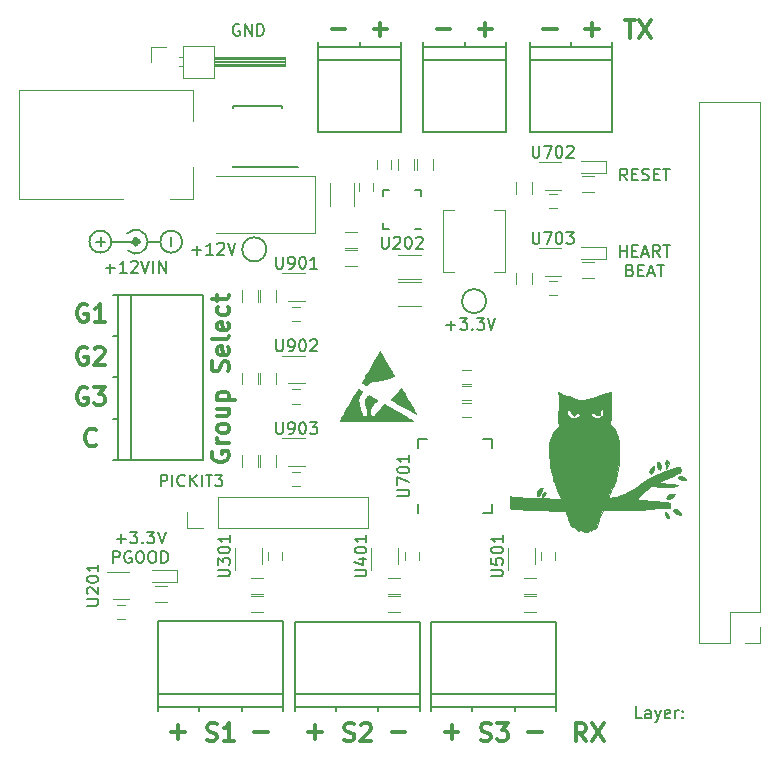
<source format=gbr>
G04 #@! TF.GenerationSoftware,KiCad,Pcbnew,(5.1.4)-1*
G04 #@! TF.CreationDate,2020-05-02T17:21:17-05:00*
G04 #@! TF.ProjectId,Audio_Optical_Trigger,41756469-6f5f-44f7-9074-6963616c5f54,rev?*
G04 #@! TF.SameCoordinates,Original*
G04 #@! TF.FileFunction,Legend,Top*
G04 #@! TF.FilePolarity,Positive*
%FSLAX46Y46*%
G04 Gerber Fmt 4.6, Leading zero omitted, Abs format (unit mm)*
G04 Created by KiCad (PCBNEW (5.1.4)-1) date 2020-05-02 17:21:17*
%MOMM*%
%LPD*%
G04 APERTURE LIST*
%ADD10C,0.150000*%
%ADD11C,0.300000*%
%ADD12C,0.120000*%
%ADD13C,0.500000*%
%ADD14C,0.010000*%
G04 APERTURE END LIST*
D10*
X117292761Y-108084880D02*
X117292761Y-107084880D01*
X117673714Y-107084880D01*
X117768952Y-107132500D01*
X117816571Y-107180119D01*
X117864190Y-107275357D01*
X117864190Y-107418214D01*
X117816571Y-107513452D01*
X117768952Y-107561071D01*
X117673714Y-107608690D01*
X117292761Y-107608690D01*
X118292761Y-108084880D02*
X118292761Y-107084880D01*
X119340380Y-107989642D02*
X119292761Y-108037261D01*
X119149904Y-108084880D01*
X119054666Y-108084880D01*
X118911809Y-108037261D01*
X118816571Y-107942023D01*
X118768952Y-107846785D01*
X118721333Y-107656309D01*
X118721333Y-107513452D01*
X118768952Y-107322976D01*
X118816571Y-107227738D01*
X118911809Y-107132500D01*
X119054666Y-107084880D01*
X119149904Y-107084880D01*
X119292761Y-107132500D01*
X119340380Y-107180119D01*
X119768952Y-108084880D02*
X119768952Y-107084880D01*
X120340380Y-108084880D02*
X119911809Y-107513452D01*
X120340380Y-107084880D02*
X119768952Y-107656309D01*
X120768952Y-108084880D02*
X120768952Y-107084880D01*
X121102285Y-107084880D02*
X121673714Y-107084880D01*
X121388000Y-108084880D02*
X121388000Y-107084880D01*
X121911809Y-107084880D02*
X122530857Y-107084880D01*
X122197523Y-107465833D01*
X122340380Y-107465833D01*
X122435619Y-107513452D01*
X122483238Y-107561071D01*
X122530857Y-107656309D01*
X122530857Y-107894404D01*
X122483238Y-107989642D01*
X122435619Y-108037261D01*
X122340380Y-108084880D01*
X122054666Y-108084880D01*
X121959428Y-108037261D01*
X121911809Y-107989642D01*
X156194380Y-88654380D02*
X156194380Y-87654380D01*
X156194380Y-88130571D02*
X156765809Y-88130571D01*
X156765809Y-88654380D02*
X156765809Y-87654380D01*
X157242000Y-88130571D02*
X157575333Y-88130571D01*
X157718190Y-88654380D02*
X157242000Y-88654380D01*
X157242000Y-87654380D01*
X157718190Y-87654380D01*
X158099142Y-88368666D02*
X158575333Y-88368666D01*
X158003904Y-88654380D02*
X158337238Y-87654380D01*
X158670571Y-88654380D01*
X159575333Y-88654380D02*
X159242000Y-88178190D01*
X159003904Y-88654380D02*
X159003904Y-87654380D01*
X159384857Y-87654380D01*
X159480095Y-87702000D01*
X159527714Y-87749619D01*
X159575333Y-87844857D01*
X159575333Y-87987714D01*
X159527714Y-88082952D01*
X159480095Y-88130571D01*
X159384857Y-88178190D01*
X159003904Y-88178190D01*
X159861047Y-87654380D02*
X160432476Y-87654380D01*
X160146761Y-88654380D02*
X160146761Y-87654380D01*
X157051523Y-89780571D02*
X157194380Y-89828190D01*
X157242000Y-89875809D01*
X157289619Y-89971047D01*
X157289619Y-90113904D01*
X157242000Y-90209142D01*
X157194380Y-90256761D01*
X157099142Y-90304380D01*
X156718190Y-90304380D01*
X156718190Y-89304380D01*
X157051523Y-89304380D01*
X157146761Y-89352000D01*
X157194380Y-89399619D01*
X157242000Y-89494857D01*
X157242000Y-89590095D01*
X157194380Y-89685333D01*
X157146761Y-89732952D01*
X157051523Y-89780571D01*
X156718190Y-89780571D01*
X157718190Y-89780571D02*
X158051523Y-89780571D01*
X158194380Y-90304380D02*
X157718190Y-90304380D01*
X157718190Y-89304380D01*
X158194380Y-89304380D01*
X158575333Y-90018666D02*
X159051523Y-90018666D01*
X158480095Y-90304380D02*
X158813428Y-89304380D01*
X159146761Y-90304380D01*
X159337238Y-89304380D02*
X159908666Y-89304380D01*
X159622952Y-90304380D02*
X159622952Y-89304380D01*
X156789619Y-82176880D02*
X156456285Y-81700690D01*
X156218190Y-82176880D02*
X156218190Y-81176880D01*
X156599142Y-81176880D01*
X156694380Y-81224500D01*
X156742000Y-81272119D01*
X156789619Y-81367357D01*
X156789619Y-81510214D01*
X156742000Y-81605452D01*
X156694380Y-81653071D01*
X156599142Y-81700690D01*
X156218190Y-81700690D01*
X157218190Y-81653071D02*
X157551523Y-81653071D01*
X157694380Y-82176880D02*
X157218190Y-82176880D01*
X157218190Y-81176880D01*
X157694380Y-81176880D01*
X158075333Y-82129261D02*
X158218190Y-82176880D01*
X158456285Y-82176880D01*
X158551523Y-82129261D01*
X158599142Y-82081642D01*
X158646761Y-81986404D01*
X158646761Y-81891166D01*
X158599142Y-81795928D01*
X158551523Y-81748309D01*
X158456285Y-81700690D01*
X158265809Y-81653071D01*
X158170571Y-81605452D01*
X158122952Y-81557833D01*
X158075333Y-81462595D01*
X158075333Y-81367357D01*
X158122952Y-81272119D01*
X158170571Y-81224500D01*
X158265809Y-81176880D01*
X158503904Y-81176880D01*
X158646761Y-81224500D01*
X159075333Y-81653071D02*
X159408666Y-81653071D01*
X159551523Y-82176880D02*
X159075333Y-82176880D01*
X159075333Y-81176880D01*
X159551523Y-81176880D01*
X159837238Y-81176880D02*
X160408666Y-81176880D01*
X160122952Y-82176880D02*
X160122952Y-81176880D01*
X158012000Y-127706380D02*
X157535809Y-127706380D01*
X157535809Y-126706380D01*
X158773904Y-127706380D02*
X158773904Y-127182571D01*
X158726285Y-127087333D01*
X158631047Y-127039714D01*
X158440571Y-127039714D01*
X158345333Y-127087333D01*
X158773904Y-127658761D02*
X158678666Y-127706380D01*
X158440571Y-127706380D01*
X158345333Y-127658761D01*
X158297714Y-127563523D01*
X158297714Y-127468285D01*
X158345333Y-127373047D01*
X158440571Y-127325428D01*
X158678666Y-127325428D01*
X158773904Y-127277809D01*
X159154857Y-127039714D02*
X159392952Y-127706380D01*
X159631047Y-127039714D02*
X159392952Y-127706380D01*
X159297714Y-127944476D01*
X159250095Y-127992095D01*
X159154857Y-128039714D01*
X160392952Y-127658761D02*
X160297714Y-127706380D01*
X160107238Y-127706380D01*
X160012000Y-127658761D01*
X159964380Y-127563523D01*
X159964380Y-127182571D01*
X160012000Y-127087333D01*
X160107238Y-127039714D01*
X160297714Y-127039714D01*
X160392952Y-127087333D01*
X160440571Y-127182571D01*
X160440571Y-127277809D01*
X159964380Y-127373047D01*
X160869142Y-127706380D02*
X160869142Y-127039714D01*
X160869142Y-127230190D02*
X160916761Y-127134952D01*
X160964380Y-127087333D01*
X161059619Y-127039714D01*
X161154857Y-127039714D01*
X161488190Y-127611142D02*
X161535809Y-127658761D01*
X161488190Y-127706380D01*
X161440571Y-127658761D01*
X161488190Y-127611142D01*
X161488190Y-127706380D01*
X161488190Y-127087333D02*
X161535809Y-127134952D01*
X161488190Y-127182571D01*
X161440571Y-127134952D01*
X161488190Y-127087333D01*
X161488190Y-127182571D01*
D11*
X153225571Y-69385642D02*
X154368428Y-69385642D01*
X153797000Y-69957071D02*
X153797000Y-68814214D01*
X149669571Y-69385642D02*
X150812428Y-69385642D01*
X140652571Y-69385642D02*
X141795428Y-69385642D01*
X144208571Y-69385642D02*
X145351428Y-69385642D01*
X144780000Y-69957071D02*
X144780000Y-68814214D01*
X131762571Y-69385642D02*
X132905428Y-69385642D01*
X135318571Y-69385642D02*
X136461428Y-69385642D01*
X135890000Y-69957071D02*
X135890000Y-68814214D01*
D10*
X113570000Y-112530428D02*
X114331904Y-112530428D01*
X113950952Y-112911380D02*
X113950952Y-112149476D01*
X114712857Y-111911380D02*
X115331904Y-111911380D01*
X114998571Y-112292333D01*
X115141428Y-112292333D01*
X115236666Y-112339952D01*
X115284285Y-112387571D01*
X115331904Y-112482809D01*
X115331904Y-112720904D01*
X115284285Y-112816142D01*
X115236666Y-112863761D01*
X115141428Y-112911380D01*
X114855714Y-112911380D01*
X114760476Y-112863761D01*
X114712857Y-112816142D01*
X115760476Y-112816142D02*
X115808095Y-112863761D01*
X115760476Y-112911380D01*
X115712857Y-112863761D01*
X115760476Y-112816142D01*
X115760476Y-112911380D01*
X116141428Y-111911380D02*
X116760476Y-111911380D01*
X116427142Y-112292333D01*
X116570000Y-112292333D01*
X116665238Y-112339952D01*
X116712857Y-112387571D01*
X116760476Y-112482809D01*
X116760476Y-112720904D01*
X116712857Y-112816142D01*
X116665238Y-112863761D01*
X116570000Y-112911380D01*
X116284285Y-112911380D01*
X116189047Y-112863761D01*
X116141428Y-112816142D01*
X117046190Y-111911380D02*
X117379523Y-112911380D01*
X117712857Y-111911380D01*
X113260476Y-114561380D02*
X113260476Y-113561380D01*
X113641428Y-113561380D01*
X113736666Y-113609000D01*
X113784285Y-113656619D01*
X113831904Y-113751857D01*
X113831904Y-113894714D01*
X113784285Y-113989952D01*
X113736666Y-114037571D01*
X113641428Y-114085190D01*
X113260476Y-114085190D01*
X114784285Y-113609000D02*
X114689047Y-113561380D01*
X114546190Y-113561380D01*
X114403333Y-113609000D01*
X114308095Y-113704238D01*
X114260476Y-113799476D01*
X114212857Y-113989952D01*
X114212857Y-114132809D01*
X114260476Y-114323285D01*
X114308095Y-114418523D01*
X114403333Y-114513761D01*
X114546190Y-114561380D01*
X114641428Y-114561380D01*
X114784285Y-114513761D01*
X114831904Y-114466142D01*
X114831904Y-114132809D01*
X114641428Y-114132809D01*
X115450952Y-113561380D02*
X115641428Y-113561380D01*
X115736666Y-113609000D01*
X115831904Y-113704238D01*
X115879523Y-113894714D01*
X115879523Y-114228047D01*
X115831904Y-114418523D01*
X115736666Y-114513761D01*
X115641428Y-114561380D01*
X115450952Y-114561380D01*
X115355714Y-114513761D01*
X115260476Y-114418523D01*
X115212857Y-114228047D01*
X115212857Y-113894714D01*
X115260476Y-113704238D01*
X115355714Y-113609000D01*
X115450952Y-113561380D01*
X116498571Y-113561380D02*
X116689047Y-113561380D01*
X116784285Y-113609000D01*
X116879523Y-113704238D01*
X116927142Y-113894714D01*
X116927142Y-114228047D01*
X116879523Y-114418523D01*
X116784285Y-114513761D01*
X116689047Y-114561380D01*
X116498571Y-114561380D01*
X116403333Y-114513761D01*
X116308095Y-114418523D01*
X116260476Y-114228047D01*
X116260476Y-113894714D01*
X116308095Y-113704238D01*
X116403333Y-113609000D01*
X116498571Y-113561380D01*
X117355714Y-114561380D02*
X117355714Y-113561380D01*
X117593809Y-113561380D01*
X117736666Y-113609000D01*
X117831904Y-113704238D01*
X117879523Y-113799476D01*
X117927142Y-113989952D01*
X117927142Y-114132809D01*
X117879523Y-114323285D01*
X117831904Y-114418523D01*
X117736666Y-114513761D01*
X117593809Y-114561380D01*
X117355714Y-114561380D01*
X141496095Y-94432428D02*
X142258000Y-94432428D01*
X141877047Y-94813380D02*
X141877047Y-94051476D01*
X142638952Y-93813380D02*
X143258000Y-93813380D01*
X142924666Y-94194333D01*
X143067523Y-94194333D01*
X143162761Y-94241952D01*
X143210380Y-94289571D01*
X143258000Y-94384809D01*
X143258000Y-94622904D01*
X143210380Y-94718142D01*
X143162761Y-94765761D01*
X143067523Y-94813380D01*
X142781809Y-94813380D01*
X142686571Y-94765761D01*
X142638952Y-94718142D01*
X143686571Y-94718142D02*
X143734190Y-94765761D01*
X143686571Y-94813380D01*
X143638952Y-94765761D01*
X143686571Y-94718142D01*
X143686571Y-94813380D01*
X144067523Y-93813380D02*
X144686571Y-93813380D01*
X144353238Y-94194333D01*
X144496095Y-94194333D01*
X144591333Y-94241952D01*
X144638952Y-94289571D01*
X144686571Y-94384809D01*
X144686571Y-94622904D01*
X144638952Y-94718142D01*
X144591333Y-94765761D01*
X144496095Y-94813380D01*
X144210380Y-94813380D01*
X144115142Y-94765761D01*
X144067523Y-94718142D01*
X144972285Y-93813380D02*
X145305619Y-94813380D01*
X145638952Y-93813380D01*
X119965595Y-88082428D02*
X120727500Y-88082428D01*
X120346547Y-88463380D02*
X120346547Y-87701476D01*
X121727500Y-88463380D02*
X121156071Y-88463380D01*
X121441785Y-88463380D02*
X121441785Y-87463380D01*
X121346547Y-87606238D01*
X121251309Y-87701476D01*
X121156071Y-87749095D01*
X122108452Y-87558619D02*
X122156071Y-87511000D01*
X122251309Y-87463380D01*
X122489404Y-87463380D01*
X122584642Y-87511000D01*
X122632261Y-87558619D01*
X122679880Y-87653857D01*
X122679880Y-87749095D01*
X122632261Y-87891952D01*
X122060833Y-88463380D01*
X122679880Y-88463380D01*
X122965595Y-87463380D02*
X123298928Y-88463380D01*
X123632261Y-87463380D01*
D11*
X111843285Y-104548714D02*
X111771857Y-104620142D01*
X111557571Y-104691571D01*
X111414714Y-104691571D01*
X111200428Y-104620142D01*
X111057571Y-104477285D01*
X110986142Y-104334428D01*
X110914714Y-104048714D01*
X110914714Y-103834428D01*
X110986142Y-103548714D01*
X111057571Y-103405857D01*
X111200428Y-103263000D01*
X111414714Y-103191571D01*
X111557571Y-103191571D01*
X111771857Y-103263000D01*
X111843285Y-103334428D01*
X111057571Y-96341500D02*
X110914714Y-96270071D01*
X110700428Y-96270071D01*
X110486142Y-96341500D01*
X110343285Y-96484357D01*
X110271857Y-96627214D01*
X110200428Y-96912928D01*
X110200428Y-97127214D01*
X110271857Y-97412928D01*
X110343285Y-97555785D01*
X110486142Y-97698642D01*
X110700428Y-97770071D01*
X110843285Y-97770071D01*
X111057571Y-97698642D01*
X111129000Y-97627214D01*
X111129000Y-97127214D01*
X110843285Y-97127214D01*
X111700428Y-96412928D02*
X111771857Y-96341500D01*
X111914714Y-96270071D01*
X112271857Y-96270071D01*
X112414714Y-96341500D01*
X112486142Y-96412928D01*
X112557571Y-96555785D01*
X112557571Y-96698642D01*
X112486142Y-96912928D01*
X111629000Y-97770071D01*
X112557571Y-97770071D01*
X111057571Y-99770500D02*
X110914714Y-99699071D01*
X110700428Y-99699071D01*
X110486142Y-99770500D01*
X110343285Y-99913357D01*
X110271857Y-100056214D01*
X110200428Y-100341928D01*
X110200428Y-100556214D01*
X110271857Y-100841928D01*
X110343285Y-100984785D01*
X110486142Y-101127642D01*
X110700428Y-101199071D01*
X110843285Y-101199071D01*
X111057571Y-101127642D01*
X111129000Y-101056214D01*
X111129000Y-100556214D01*
X110843285Y-100556214D01*
X111629000Y-99699071D02*
X112557571Y-99699071D01*
X112057571Y-100270500D01*
X112271857Y-100270500D01*
X112414714Y-100341928D01*
X112486142Y-100413357D01*
X112557571Y-100556214D01*
X112557571Y-100913357D01*
X112486142Y-101056214D01*
X112414714Y-101127642D01*
X112271857Y-101199071D01*
X111843285Y-101199071D01*
X111700428Y-101127642D01*
X111629000Y-101056214D01*
X111057571Y-92722000D02*
X110914714Y-92650571D01*
X110700428Y-92650571D01*
X110486142Y-92722000D01*
X110343285Y-92864857D01*
X110271857Y-93007714D01*
X110200428Y-93293428D01*
X110200428Y-93507714D01*
X110271857Y-93793428D01*
X110343285Y-93936285D01*
X110486142Y-94079142D01*
X110700428Y-94150571D01*
X110843285Y-94150571D01*
X111057571Y-94079142D01*
X111129000Y-94007714D01*
X111129000Y-93507714D01*
X110843285Y-93507714D01*
X112557571Y-94150571D02*
X111700428Y-94150571D01*
X112129000Y-94150571D02*
X112129000Y-92650571D01*
X111986142Y-92864857D01*
X111843285Y-93007714D01*
X111700428Y-93079142D01*
X144399142Y-129575642D02*
X144613428Y-129647071D01*
X144970571Y-129647071D01*
X145113428Y-129575642D01*
X145184857Y-129504214D01*
X145256285Y-129361357D01*
X145256285Y-129218500D01*
X145184857Y-129075642D01*
X145113428Y-129004214D01*
X144970571Y-128932785D01*
X144684857Y-128861357D01*
X144542000Y-128789928D01*
X144470571Y-128718500D01*
X144399142Y-128575642D01*
X144399142Y-128432785D01*
X144470571Y-128289928D01*
X144542000Y-128218500D01*
X144684857Y-128147071D01*
X145042000Y-128147071D01*
X145256285Y-128218500D01*
X145756285Y-128147071D02*
X146684857Y-128147071D01*
X146184857Y-128718500D01*
X146399142Y-128718500D01*
X146542000Y-128789928D01*
X146613428Y-128861357D01*
X146684857Y-129004214D01*
X146684857Y-129361357D01*
X146613428Y-129504214D01*
X146542000Y-129575642D01*
X146399142Y-129647071D01*
X145970571Y-129647071D01*
X145827714Y-129575642D01*
X145756285Y-129504214D01*
X149542428Y-128861357D02*
X148399571Y-128861357D01*
X142493928Y-128861357D02*
X141351071Y-128861357D01*
X141922500Y-128289928D02*
X141922500Y-129432785D01*
X132842142Y-129575642D02*
X133056428Y-129647071D01*
X133413571Y-129647071D01*
X133556428Y-129575642D01*
X133627857Y-129504214D01*
X133699285Y-129361357D01*
X133699285Y-129218500D01*
X133627857Y-129075642D01*
X133556428Y-129004214D01*
X133413571Y-128932785D01*
X133127857Y-128861357D01*
X132985000Y-128789928D01*
X132913571Y-128718500D01*
X132842142Y-128575642D01*
X132842142Y-128432785D01*
X132913571Y-128289928D01*
X132985000Y-128218500D01*
X133127857Y-128147071D01*
X133485000Y-128147071D01*
X133699285Y-128218500D01*
X134270714Y-128289928D02*
X134342142Y-128218500D01*
X134485000Y-128147071D01*
X134842142Y-128147071D01*
X134985000Y-128218500D01*
X135056428Y-128289928D01*
X135127857Y-128432785D01*
X135127857Y-128575642D01*
X135056428Y-128789928D01*
X134199285Y-129647071D01*
X135127857Y-129647071D01*
X137985428Y-128861357D02*
X136842571Y-128861357D01*
X130936928Y-128861357D02*
X129794071Y-128861357D01*
X130365500Y-128289928D02*
X130365500Y-129432785D01*
X126364928Y-128861357D02*
X125222071Y-128861357D01*
X121221642Y-129575642D02*
X121435928Y-129647071D01*
X121793071Y-129647071D01*
X121935928Y-129575642D01*
X122007357Y-129504214D01*
X122078785Y-129361357D01*
X122078785Y-129218500D01*
X122007357Y-129075642D01*
X121935928Y-129004214D01*
X121793071Y-128932785D01*
X121507357Y-128861357D01*
X121364500Y-128789928D01*
X121293071Y-128718500D01*
X121221642Y-128575642D01*
X121221642Y-128432785D01*
X121293071Y-128289928D01*
X121364500Y-128218500D01*
X121507357Y-128147071D01*
X121864500Y-128147071D01*
X122078785Y-128218500D01*
X123507357Y-129647071D02*
X122650214Y-129647071D01*
X123078785Y-129647071D02*
X123078785Y-128147071D01*
X122935928Y-128361357D01*
X122793071Y-128504214D01*
X122650214Y-128575642D01*
X119316428Y-128861357D02*
X118173571Y-128861357D01*
X118745000Y-128289928D02*
X118745000Y-129432785D01*
X121678000Y-105139357D02*
X121606571Y-105282214D01*
X121606571Y-105496500D01*
X121678000Y-105710785D01*
X121820857Y-105853642D01*
X121963714Y-105925071D01*
X122249428Y-105996500D01*
X122463714Y-105996500D01*
X122749428Y-105925071D01*
X122892285Y-105853642D01*
X123035142Y-105710785D01*
X123106571Y-105496500D01*
X123106571Y-105353642D01*
X123035142Y-105139357D01*
X122963714Y-105067928D01*
X122463714Y-105067928D01*
X122463714Y-105353642D01*
X123106571Y-104425071D02*
X122106571Y-104425071D01*
X122392285Y-104425071D02*
X122249428Y-104353642D01*
X122178000Y-104282214D01*
X122106571Y-104139357D01*
X122106571Y-103996500D01*
X123106571Y-103282214D02*
X123035142Y-103425071D01*
X122963714Y-103496500D01*
X122820857Y-103567928D01*
X122392285Y-103567928D01*
X122249428Y-103496500D01*
X122178000Y-103425071D01*
X122106571Y-103282214D01*
X122106571Y-103067928D01*
X122178000Y-102925071D01*
X122249428Y-102853642D01*
X122392285Y-102782214D01*
X122820857Y-102782214D01*
X122963714Y-102853642D01*
X123035142Y-102925071D01*
X123106571Y-103067928D01*
X123106571Y-103282214D01*
X122106571Y-101496500D02*
X123106571Y-101496500D01*
X122106571Y-102139357D02*
X122892285Y-102139357D01*
X123035142Y-102067928D01*
X123106571Y-101925071D01*
X123106571Y-101710785D01*
X123035142Y-101567928D01*
X122963714Y-101496500D01*
X122106571Y-100782214D02*
X123606571Y-100782214D01*
X122178000Y-100782214D02*
X122106571Y-100639357D01*
X122106571Y-100353642D01*
X122178000Y-100210785D01*
X122249428Y-100139357D01*
X122392285Y-100067928D01*
X122820857Y-100067928D01*
X122963714Y-100139357D01*
X123035142Y-100210785D01*
X123106571Y-100353642D01*
X123106571Y-100639357D01*
X123035142Y-100782214D01*
X123035142Y-98353642D02*
X123106571Y-98139357D01*
X123106571Y-97782214D01*
X123035142Y-97639357D01*
X122963714Y-97567928D01*
X122820857Y-97496500D01*
X122678000Y-97496500D01*
X122535142Y-97567928D01*
X122463714Y-97639357D01*
X122392285Y-97782214D01*
X122320857Y-98067928D01*
X122249428Y-98210785D01*
X122178000Y-98282214D01*
X122035142Y-98353642D01*
X121892285Y-98353642D01*
X121749428Y-98282214D01*
X121678000Y-98210785D01*
X121606571Y-98067928D01*
X121606571Y-97710785D01*
X121678000Y-97496500D01*
X123035142Y-96282214D02*
X123106571Y-96425071D01*
X123106571Y-96710785D01*
X123035142Y-96853642D01*
X122892285Y-96925071D01*
X122320857Y-96925071D01*
X122178000Y-96853642D01*
X122106571Y-96710785D01*
X122106571Y-96425071D01*
X122178000Y-96282214D01*
X122320857Y-96210785D01*
X122463714Y-96210785D01*
X122606571Y-96925071D01*
X123106571Y-95353642D02*
X123035142Y-95496500D01*
X122892285Y-95567928D01*
X121606571Y-95567928D01*
X123035142Y-94210785D02*
X123106571Y-94353642D01*
X123106571Y-94639357D01*
X123035142Y-94782214D01*
X122892285Y-94853642D01*
X122320857Y-94853642D01*
X122178000Y-94782214D01*
X122106571Y-94639357D01*
X122106571Y-94353642D01*
X122178000Y-94210785D01*
X122320857Y-94139357D01*
X122463714Y-94139357D01*
X122606571Y-94853642D01*
X123035142Y-92853642D02*
X123106571Y-92996500D01*
X123106571Y-93282214D01*
X123035142Y-93425071D01*
X122963714Y-93496500D01*
X122820857Y-93567928D01*
X122392285Y-93567928D01*
X122249428Y-93496500D01*
X122178000Y-93425071D01*
X122106571Y-93282214D01*
X122106571Y-92996500D01*
X122178000Y-92853642D01*
X122106571Y-92425071D02*
X122106571Y-91853642D01*
X121606571Y-92210785D02*
X122892285Y-92210785D01*
X123035142Y-92139357D01*
X123106571Y-91996500D01*
X123106571Y-91853642D01*
X153293000Y-129647071D02*
X152793000Y-128932785D01*
X152435857Y-129647071D02*
X152435857Y-128147071D01*
X153007285Y-128147071D01*
X153150142Y-128218500D01*
X153221571Y-128289928D01*
X153293000Y-128432785D01*
X153293000Y-128647071D01*
X153221571Y-128789928D01*
X153150142Y-128861357D01*
X153007285Y-128932785D01*
X152435857Y-128932785D01*
X153793000Y-128147071D02*
X154793000Y-129647071D01*
X154793000Y-128147071D02*
X153793000Y-129647071D01*
X156591142Y-68584071D02*
X157448285Y-68584071D01*
X157019714Y-70084071D02*
X157019714Y-68584071D01*
X157805428Y-68584071D02*
X158805428Y-70084071D01*
X158805428Y-68584071D02*
X157805428Y-70084071D01*
D10*
X112665190Y-89606428D02*
X113427095Y-89606428D01*
X113046142Y-89987380D02*
X113046142Y-89225476D01*
X114427095Y-89987380D02*
X113855666Y-89987380D01*
X114141380Y-89987380D02*
X114141380Y-88987380D01*
X114046142Y-89130238D01*
X113950904Y-89225476D01*
X113855666Y-89273095D01*
X114808047Y-89082619D02*
X114855666Y-89035000D01*
X114950904Y-88987380D01*
X115189000Y-88987380D01*
X115284238Y-89035000D01*
X115331857Y-89082619D01*
X115379476Y-89177857D01*
X115379476Y-89273095D01*
X115331857Y-89415952D01*
X114760428Y-89987380D01*
X115379476Y-89987380D01*
X115665190Y-88987380D02*
X115998523Y-89987380D01*
X116331857Y-88987380D01*
X116665190Y-89987380D02*
X116665190Y-88987380D01*
X117141380Y-89987380D02*
X117141380Y-88987380D01*
X117712809Y-89987380D01*
X117712809Y-88987380D01*
X118181428Y-87756952D02*
X118181428Y-86995047D01*
X111823547Y-87383928D02*
X112585452Y-87383928D01*
X112204500Y-87764880D02*
X112204500Y-87002976D01*
X123952095Y-68969000D02*
X123856857Y-68921380D01*
X123714000Y-68921380D01*
X123571142Y-68969000D01*
X123475904Y-69064238D01*
X123428285Y-69159476D01*
X123380666Y-69349952D01*
X123380666Y-69492809D01*
X123428285Y-69683285D01*
X123475904Y-69778523D01*
X123571142Y-69873761D01*
X123714000Y-69921380D01*
X123809238Y-69921380D01*
X123952095Y-69873761D01*
X123999714Y-69826142D01*
X123999714Y-69492809D01*
X123809238Y-69492809D01*
X124428285Y-69921380D02*
X124428285Y-68921380D01*
X124999714Y-69921380D01*
X124999714Y-68921380D01*
X125475904Y-69921380D02*
X125475904Y-68921380D01*
X125714000Y-68921380D01*
X125856857Y-68969000D01*
X125952095Y-69064238D01*
X125999714Y-69159476D01*
X126047333Y-69349952D01*
X126047333Y-69492809D01*
X125999714Y-69683285D01*
X125952095Y-69778523D01*
X125856857Y-69873761D01*
X125714000Y-69921380D01*
X125475904Y-69921380D01*
D12*
X119509500Y-111612000D02*
X119509500Y-110282000D01*
X120839500Y-111612000D02*
X119509500Y-111612000D01*
X122109500Y-111612000D02*
X122109500Y-108952000D01*
X122109500Y-108952000D02*
X134869500Y-108952000D01*
X122109500Y-111612000D02*
X134869500Y-111612000D01*
X134869500Y-111612000D02*
X134869500Y-108952000D01*
D10*
X115189000Y-87364500D02*
X113189000Y-87364500D01*
X117189000Y-87364500D02*
X116289000Y-87364500D01*
X119114000Y-87364500D02*
G75*
G03X119114000Y-87364500I-925000J0D01*
G01*
X113114000Y-87364500D02*
G75*
G03X113114000Y-87364500I-925000J0D01*
G01*
D13*
X115364000Y-87364500D02*
G75*
G03X115364000Y-87364500I-175000J0D01*
G01*
D10*
X114514000Y-88114500D02*
G75*
G03X114439000Y-86689500I675000J750000D01*
G01*
D14*
G36*
X134021594Y-99859158D02*
G01*
X134054119Y-99871736D01*
X134103693Y-99896712D01*
X134174874Y-99935876D01*
X134180416Y-99938988D01*
X134245974Y-99976476D01*
X134301298Y-100009319D01*
X134340955Y-100034205D01*
X134359512Y-100047820D01*
X134360031Y-100048487D01*
X134355548Y-100067390D01*
X134334986Y-100109605D01*
X134299683Y-100172832D01*
X134250980Y-100254772D01*
X134190218Y-100353122D01*
X134118736Y-100465585D01*
X134100945Y-100493165D01*
X134054593Y-100569699D01*
X134020842Y-100635556D01*
X134002653Y-100684782D01*
X134000786Y-100694507D01*
X134001615Y-100737312D01*
X134010894Y-100805209D01*
X134027468Y-100893843D01*
X134050180Y-100998859D01*
X134077873Y-101115902D01*
X134109390Y-101240616D01*
X134143575Y-101368645D01*
X134179271Y-101495634D01*
X134215321Y-101617228D01*
X134250568Y-101729072D01*
X134283856Y-101826810D01*
X134314028Y-101906087D01*
X134335061Y-101953122D01*
X134359837Y-102003225D01*
X134383230Y-102051168D01*
X134384497Y-102053793D01*
X134423199Y-102102220D01*
X134479684Y-102134828D01*
X134545439Y-102150454D01*
X134611951Y-102147937D01*
X134670705Y-102126114D01*
X134703758Y-102097382D01*
X134751359Y-102018583D01*
X134786239Y-101920378D01*
X134805377Y-101812779D01*
X134808088Y-101751780D01*
X134797170Y-101637935D01*
X134765124Y-101543660D01*
X134710226Y-101464379D01*
X134693107Y-101446733D01*
X134642161Y-101397235D01*
X134638663Y-101047362D01*
X134635164Y-100697489D01*
X134724318Y-100562531D01*
X134766154Y-100501445D01*
X134806445Y-100446493D01*
X134839443Y-100405336D01*
X134853626Y-100390192D01*
X134893781Y-100352810D01*
X134948165Y-100382098D01*
X134982539Y-100403084D01*
X135001346Y-100419378D01*
X135002549Y-100422307D01*
X135015403Y-100434728D01*
X135037396Y-100443977D01*
X135058650Y-100452313D01*
X135091194Y-100468149D01*
X135137822Y-100493033D01*
X135201329Y-100528509D01*
X135284508Y-100576123D01*
X135390153Y-100637422D01*
X135447562Y-100670932D01*
X135515094Y-100711071D01*
X135559385Y-100739659D01*
X135584355Y-100760039D01*
X135593923Y-100775553D01*
X135592008Y-100789546D01*
X135590411Y-100792796D01*
X135574876Y-100813266D01*
X135541636Y-100851665D01*
X135494562Y-100903696D01*
X135437528Y-100965066D01*
X135388200Y-101017090D01*
X135274530Y-101140567D01*
X135185605Y-101247591D01*
X135120634Y-101339240D01*
X135078821Y-101416588D01*
X135064717Y-101455866D01*
X135058892Y-101490249D01*
X135052875Y-101548899D01*
X135047196Y-101625117D01*
X135042384Y-101712202D01*
X135040119Y-101767268D01*
X135036959Y-101862464D01*
X135035569Y-101932062D01*
X135036358Y-101981409D01*
X135039735Y-102015854D01*
X135046108Y-102040743D01*
X135055887Y-102061425D01*
X135063567Y-102074053D01*
X135107921Y-102122726D01*
X135165074Y-102156645D01*
X135225208Y-102171438D01*
X135270273Y-102166086D01*
X135311076Y-102142930D01*
X135362224Y-102101462D01*
X135416542Y-102048912D01*
X135466857Y-101992516D01*
X135505994Y-101939505D01*
X135520405Y-101913889D01*
X135541991Y-101878814D01*
X135581253Y-101825389D01*
X135634602Y-101757789D01*
X135698452Y-101680190D01*
X135769215Y-101596768D01*
X135843304Y-101511698D01*
X135917132Y-101429155D01*
X135987111Y-101353316D01*
X136049655Y-101288356D01*
X136098760Y-101240669D01*
X136153279Y-101193032D01*
X136199142Y-101157908D01*
X136231311Y-101138949D01*
X136241989Y-101136864D01*
X136258353Y-101145274D01*
X136299171Y-101167846D01*
X136362086Y-101203224D01*
X136444744Y-101250054D01*
X136544789Y-101306981D01*
X136659866Y-101372649D01*
X136787619Y-101445703D01*
X136925694Y-101524788D01*
X137071734Y-101608548D01*
X137223384Y-101695629D01*
X137378290Y-101784676D01*
X137534095Y-101874332D01*
X137688444Y-101963243D01*
X137838982Y-102050054D01*
X137983354Y-102133409D01*
X138119204Y-102211954D01*
X138244177Y-102284333D01*
X138355917Y-102349190D01*
X138452070Y-102405171D01*
X138530279Y-102450920D01*
X138588189Y-102485083D01*
X138623446Y-102506304D01*
X138633665Y-102512963D01*
X138619902Y-102514280D01*
X138576604Y-102515559D01*
X138505214Y-102516796D01*
X138407173Y-102517983D01*
X138283922Y-102519115D01*
X138136903Y-102520186D01*
X137967557Y-102521189D01*
X137777326Y-102522119D01*
X137567651Y-102522968D01*
X137339973Y-102523732D01*
X137095735Y-102524403D01*
X136836377Y-102524976D01*
X136563341Y-102525444D01*
X136278068Y-102525802D01*
X135982000Y-102526042D01*
X135676579Y-102526159D01*
X135548424Y-102526171D01*
X132448470Y-102526171D01*
X132669553Y-102142847D01*
X132716356Y-102061680D01*
X132776602Y-101957166D01*
X132848278Y-101832801D01*
X132929369Y-101692082D01*
X133017862Y-101538503D01*
X133111740Y-101375562D01*
X133208991Y-101206754D01*
X133307600Y-101035575D01*
X133405553Y-100865521D01*
X133430325Y-100822512D01*
X133520652Y-100665857D01*
X133606789Y-100516803D01*
X133687442Y-100377568D01*
X133761316Y-100250371D01*
X133827117Y-100137432D01*
X133883550Y-100040968D01*
X133929321Y-99963200D01*
X133963135Y-99906346D01*
X133983698Y-99872625D01*
X133989453Y-99864040D01*
X134001558Y-99857189D01*
X134021594Y-99859158D01*
X134021594Y-99859158D01*
G37*
X134021594Y-99859158D02*
X134054119Y-99871736D01*
X134103693Y-99896712D01*
X134174874Y-99935876D01*
X134180416Y-99938988D01*
X134245974Y-99976476D01*
X134301298Y-100009319D01*
X134340955Y-100034205D01*
X134359512Y-100047820D01*
X134360031Y-100048487D01*
X134355548Y-100067390D01*
X134334986Y-100109605D01*
X134299683Y-100172832D01*
X134250980Y-100254772D01*
X134190218Y-100353122D01*
X134118736Y-100465585D01*
X134100945Y-100493165D01*
X134054593Y-100569699D01*
X134020842Y-100635556D01*
X134002653Y-100684782D01*
X134000786Y-100694507D01*
X134001615Y-100737312D01*
X134010894Y-100805209D01*
X134027468Y-100893843D01*
X134050180Y-100998859D01*
X134077873Y-101115902D01*
X134109390Y-101240616D01*
X134143575Y-101368645D01*
X134179271Y-101495634D01*
X134215321Y-101617228D01*
X134250568Y-101729072D01*
X134283856Y-101826810D01*
X134314028Y-101906087D01*
X134335061Y-101953122D01*
X134359837Y-102003225D01*
X134383230Y-102051168D01*
X134384497Y-102053793D01*
X134423199Y-102102220D01*
X134479684Y-102134828D01*
X134545439Y-102150454D01*
X134611951Y-102147937D01*
X134670705Y-102126114D01*
X134703758Y-102097382D01*
X134751359Y-102018583D01*
X134786239Y-101920378D01*
X134805377Y-101812779D01*
X134808088Y-101751780D01*
X134797170Y-101637935D01*
X134765124Y-101543660D01*
X134710226Y-101464379D01*
X134693107Y-101446733D01*
X134642161Y-101397235D01*
X134638663Y-101047362D01*
X134635164Y-100697489D01*
X134724318Y-100562531D01*
X134766154Y-100501445D01*
X134806445Y-100446493D01*
X134839443Y-100405336D01*
X134853626Y-100390192D01*
X134893781Y-100352810D01*
X134948165Y-100382098D01*
X134982539Y-100403084D01*
X135001346Y-100419378D01*
X135002549Y-100422307D01*
X135015403Y-100434728D01*
X135037396Y-100443977D01*
X135058650Y-100452313D01*
X135091194Y-100468149D01*
X135137822Y-100493033D01*
X135201329Y-100528509D01*
X135284508Y-100576123D01*
X135390153Y-100637422D01*
X135447562Y-100670932D01*
X135515094Y-100711071D01*
X135559385Y-100739659D01*
X135584355Y-100760039D01*
X135593923Y-100775553D01*
X135592008Y-100789546D01*
X135590411Y-100792796D01*
X135574876Y-100813266D01*
X135541636Y-100851665D01*
X135494562Y-100903696D01*
X135437528Y-100965066D01*
X135388200Y-101017090D01*
X135274530Y-101140567D01*
X135185605Y-101247591D01*
X135120634Y-101339240D01*
X135078821Y-101416588D01*
X135064717Y-101455866D01*
X135058892Y-101490249D01*
X135052875Y-101548899D01*
X135047196Y-101625117D01*
X135042384Y-101712202D01*
X135040119Y-101767268D01*
X135036959Y-101862464D01*
X135035569Y-101932062D01*
X135036358Y-101981409D01*
X135039735Y-102015854D01*
X135046108Y-102040743D01*
X135055887Y-102061425D01*
X135063567Y-102074053D01*
X135107921Y-102122726D01*
X135165074Y-102156645D01*
X135225208Y-102171438D01*
X135270273Y-102166086D01*
X135311076Y-102142930D01*
X135362224Y-102101462D01*
X135416542Y-102048912D01*
X135466857Y-101992516D01*
X135505994Y-101939505D01*
X135520405Y-101913889D01*
X135541991Y-101878814D01*
X135581253Y-101825389D01*
X135634602Y-101757789D01*
X135698452Y-101680190D01*
X135769215Y-101596768D01*
X135843304Y-101511698D01*
X135917132Y-101429155D01*
X135987111Y-101353316D01*
X136049655Y-101288356D01*
X136098760Y-101240669D01*
X136153279Y-101193032D01*
X136199142Y-101157908D01*
X136231311Y-101138949D01*
X136241989Y-101136864D01*
X136258353Y-101145274D01*
X136299171Y-101167846D01*
X136362086Y-101203224D01*
X136444744Y-101250054D01*
X136544789Y-101306981D01*
X136659866Y-101372649D01*
X136787619Y-101445703D01*
X136925694Y-101524788D01*
X137071734Y-101608548D01*
X137223384Y-101695629D01*
X137378290Y-101784676D01*
X137534095Y-101874332D01*
X137688444Y-101963243D01*
X137838982Y-102050054D01*
X137983354Y-102133409D01*
X138119204Y-102211954D01*
X138244177Y-102284333D01*
X138355917Y-102349190D01*
X138452070Y-102405171D01*
X138530279Y-102450920D01*
X138588189Y-102485083D01*
X138623446Y-102506304D01*
X138633665Y-102512963D01*
X138619902Y-102514280D01*
X138576604Y-102515559D01*
X138505214Y-102516796D01*
X138407173Y-102517983D01*
X138283922Y-102519115D01*
X138136903Y-102520186D01*
X137967557Y-102521189D01*
X137777326Y-102522119D01*
X137567651Y-102522968D01*
X137339973Y-102523732D01*
X137095735Y-102524403D01*
X136836377Y-102524976D01*
X136563341Y-102525444D01*
X136278068Y-102525802D01*
X135982000Y-102526042D01*
X135676579Y-102526159D01*
X135548424Y-102526171D01*
X132448470Y-102526171D01*
X132669553Y-102142847D01*
X132716356Y-102061680D01*
X132776602Y-101957166D01*
X132848278Y-101832801D01*
X132929369Y-101692082D01*
X133017862Y-101538503D01*
X133111740Y-101375562D01*
X133208991Y-101206754D01*
X133307600Y-101035575D01*
X133405553Y-100865521D01*
X133430325Y-100822512D01*
X133520652Y-100665857D01*
X133606789Y-100516803D01*
X133687442Y-100377568D01*
X133761316Y-100250371D01*
X133827117Y-100137432D01*
X133883550Y-100040968D01*
X133929321Y-99963200D01*
X133963135Y-99906346D01*
X133983698Y-99872625D01*
X133989453Y-99864040D01*
X134001558Y-99857189D01*
X134021594Y-99859158D01*
G36*
X137687028Y-99802619D02*
G01*
X137698408Y-99821693D01*
X137723988Y-99865421D01*
X137762502Y-99931619D01*
X137812686Y-100018102D01*
X137873275Y-100122685D01*
X137943003Y-100243183D01*
X138020607Y-100377412D01*
X138104820Y-100523187D01*
X138194379Y-100678323D01*
X138286498Y-100838000D01*
X138380576Y-101001117D01*
X138470902Y-101157709D01*
X138556165Y-101305506D01*
X138635057Y-101442240D01*
X138706269Y-101565642D01*
X138768491Y-101673444D01*
X138820413Y-101763377D01*
X138860728Y-101833173D01*
X138888124Y-101880564D01*
X138901007Y-101902786D01*
X138922007Y-101940330D01*
X138933425Y-101963831D01*
X138934051Y-101967920D01*
X138920136Y-101960242D01*
X138881441Y-101938203D01*
X138819987Y-101902971D01*
X138737798Y-101855711D01*
X138636896Y-101797589D01*
X138519305Y-101729771D01*
X138387046Y-101653424D01*
X138242142Y-101569714D01*
X138086617Y-101479806D01*
X137922492Y-101384867D01*
X137860049Y-101348732D01*
X137692987Y-101252083D01*
X137533574Y-101159938D01*
X137383855Y-101073475D01*
X137245876Y-100993871D01*
X137121685Y-100922305D01*
X137013327Y-100859955D01*
X136922848Y-100807998D01*
X136852296Y-100767613D01*
X136803715Y-100739978D01*
X136779154Y-100726272D01*
X136776585Y-100724974D01*
X136784069Y-100713220D01*
X136810114Y-100681795D01*
X136852059Y-100633594D01*
X136907246Y-100571510D01*
X136973017Y-100498439D01*
X137046712Y-100417276D01*
X137125673Y-100330916D01*
X137207240Y-100242253D01*
X137288754Y-100154182D01*
X137367557Y-100069599D01*
X137440990Y-99991397D01*
X137506393Y-99922472D01*
X137561108Y-99865719D01*
X137602477Y-99824032D01*
X137616664Y-99810363D01*
X137663680Y-99766201D01*
X137687028Y-99802619D01*
X137687028Y-99802619D01*
G37*
X137687028Y-99802619D02*
X137698408Y-99821693D01*
X137723988Y-99865421D01*
X137762502Y-99931619D01*
X137812686Y-100018102D01*
X137873275Y-100122685D01*
X137943003Y-100243183D01*
X138020607Y-100377412D01*
X138104820Y-100523187D01*
X138194379Y-100678323D01*
X138286498Y-100838000D01*
X138380576Y-101001117D01*
X138470902Y-101157709D01*
X138556165Y-101305506D01*
X138635057Y-101442240D01*
X138706269Y-101565642D01*
X138768491Y-101673444D01*
X138820413Y-101763377D01*
X138860728Y-101833173D01*
X138888124Y-101880564D01*
X138901007Y-101902786D01*
X138922007Y-101940330D01*
X138933425Y-101963831D01*
X138934051Y-101967920D01*
X138920136Y-101960242D01*
X138881441Y-101938203D01*
X138819987Y-101902971D01*
X138737798Y-101855711D01*
X138636896Y-101797589D01*
X138519305Y-101729771D01*
X138387046Y-101653424D01*
X138242142Y-101569714D01*
X138086617Y-101479806D01*
X137922492Y-101384867D01*
X137860049Y-101348732D01*
X137692987Y-101252083D01*
X137533574Y-101159938D01*
X137383855Y-101073475D01*
X137245876Y-100993871D01*
X137121685Y-100922305D01*
X137013327Y-100859955D01*
X136922848Y-100807998D01*
X136852296Y-100767613D01*
X136803715Y-100739978D01*
X136779154Y-100726272D01*
X136776585Y-100724974D01*
X136784069Y-100713220D01*
X136810114Y-100681795D01*
X136852059Y-100633594D01*
X136907246Y-100571510D01*
X136973017Y-100498439D01*
X137046712Y-100417276D01*
X137125673Y-100330916D01*
X137207240Y-100242253D01*
X137288754Y-100154182D01*
X137367557Y-100069599D01*
X137440990Y-99991397D01*
X137506393Y-99922472D01*
X137561108Y-99865719D01*
X137602477Y-99824032D01*
X137616664Y-99810363D01*
X137663680Y-99766201D01*
X137687028Y-99802619D01*
G36*
X135863543Y-96653835D02*
G01*
X135886565Y-96691245D01*
X135922034Y-96750514D01*
X135968496Y-96829118D01*
X136024496Y-96924538D01*
X136088581Y-97034250D01*
X136159296Y-97155734D01*
X136235187Y-97286468D01*
X136314799Y-97423930D01*
X136396678Y-97565598D01*
X136479370Y-97708951D01*
X136561421Y-97851467D01*
X136641376Y-97990624D01*
X136717781Y-98123901D01*
X136789182Y-98248776D01*
X136854124Y-98362727D01*
X136911153Y-98463233D01*
X136958815Y-98547772D01*
X136995655Y-98613822D01*
X137020220Y-98658862D01*
X137031054Y-98680370D01*
X137031451Y-98681714D01*
X137018001Y-98699965D01*
X136980614Y-98727882D01*
X136923735Y-98762725D01*
X136851812Y-98801754D01*
X136776515Y-98838843D01*
X136674060Y-98883817D01*
X136566317Y-98924226D01*
X136449573Y-98960969D01*
X136320118Y-98994942D01*
X136174240Y-99027044D01*
X136008226Y-99058173D01*
X135818366Y-99089227D01*
X135621969Y-99118145D01*
X135451334Y-99143800D01*
X135308045Y-99169198D01*
X135188508Y-99195602D01*
X135089130Y-99224273D01*
X135006318Y-99256473D01*
X134936478Y-99293465D01*
X134876018Y-99336512D01*
X134821345Y-99386875D01*
X134803714Y-99405583D01*
X134765500Y-99449139D01*
X134737232Y-99484682D01*
X134724118Y-99505583D01*
X134723768Y-99507297D01*
X134719180Y-99517806D01*
X134703258Y-99517924D01*
X134672766Y-99506254D01*
X134624468Y-99481396D01*
X134555127Y-99441952D01*
X134506939Y-99413587D01*
X134435083Y-99369247D01*
X134379242Y-99331279D01*
X134343167Y-99302416D01*
X134330613Y-99285388D01*
X134330621Y-99285264D01*
X134338406Y-99269037D01*
X134360392Y-99228400D01*
X134395303Y-99165567D01*
X134441863Y-99082752D01*
X134498795Y-98982172D01*
X134564823Y-98866040D01*
X134638672Y-98736571D01*
X134719064Y-98595980D01*
X134804724Y-98446482D01*
X134894376Y-98290292D01*
X134986743Y-98129624D01*
X135080549Y-97966693D01*
X135174518Y-97803713D01*
X135267374Y-97642900D01*
X135357840Y-97486468D01*
X135444641Y-97336633D01*
X135526500Y-97195608D01*
X135602141Y-97065609D01*
X135670287Y-96948849D01*
X135729663Y-96847545D01*
X135778993Y-96763911D01*
X135817000Y-96700162D01*
X135842407Y-96658511D01*
X135853940Y-96641175D01*
X135854423Y-96640805D01*
X135863543Y-96653835D01*
X135863543Y-96653835D01*
G37*
X135863543Y-96653835D02*
X135886565Y-96691245D01*
X135922034Y-96750514D01*
X135968496Y-96829118D01*
X136024496Y-96924538D01*
X136088581Y-97034250D01*
X136159296Y-97155734D01*
X136235187Y-97286468D01*
X136314799Y-97423930D01*
X136396678Y-97565598D01*
X136479370Y-97708951D01*
X136561421Y-97851467D01*
X136641376Y-97990624D01*
X136717781Y-98123901D01*
X136789182Y-98248776D01*
X136854124Y-98362727D01*
X136911153Y-98463233D01*
X136958815Y-98547772D01*
X136995655Y-98613822D01*
X137020220Y-98658862D01*
X137031054Y-98680370D01*
X137031451Y-98681714D01*
X137018001Y-98699965D01*
X136980614Y-98727882D01*
X136923735Y-98762725D01*
X136851812Y-98801754D01*
X136776515Y-98838843D01*
X136674060Y-98883817D01*
X136566317Y-98924226D01*
X136449573Y-98960969D01*
X136320118Y-98994942D01*
X136174240Y-99027044D01*
X136008226Y-99058173D01*
X135818366Y-99089227D01*
X135621969Y-99118145D01*
X135451334Y-99143800D01*
X135308045Y-99169198D01*
X135188508Y-99195602D01*
X135089130Y-99224273D01*
X135006318Y-99256473D01*
X134936478Y-99293465D01*
X134876018Y-99336512D01*
X134821345Y-99386875D01*
X134803714Y-99405583D01*
X134765500Y-99449139D01*
X134737232Y-99484682D01*
X134724118Y-99505583D01*
X134723768Y-99507297D01*
X134719180Y-99517806D01*
X134703258Y-99517924D01*
X134672766Y-99506254D01*
X134624468Y-99481396D01*
X134555127Y-99441952D01*
X134506939Y-99413587D01*
X134435083Y-99369247D01*
X134379242Y-99331279D01*
X134343167Y-99302416D01*
X134330613Y-99285388D01*
X134330621Y-99285264D01*
X134338406Y-99269037D01*
X134360392Y-99228400D01*
X134395303Y-99165567D01*
X134441863Y-99082752D01*
X134498795Y-98982172D01*
X134564823Y-98866040D01*
X134638672Y-98736571D01*
X134719064Y-98595980D01*
X134804724Y-98446482D01*
X134894376Y-98290292D01*
X134986743Y-98129624D01*
X135080549Y-97966693D01*
X135174518Y-97803713D01*
X135267374Y-97642900D01*
X135357840Y-97486468D01*
X135444641Y-97336633D01*
X135526500Y-97195608D01*
X135602141Y-97065609D01*
X135670287Y-96948849D01*
X135729663Y-96847545D01*
X135778993Y-96763911D01*
X135817000Y-96700162D01*
X135842407Y-96658511D01*
X135853940Y-96641175D01*
X135854423Y-96640805D01*
X135863543Y-96653835D01*
G36*
X155414630Y-100147235D02*
G01*
X155416230Y-100262139D01*
X155411653Y-100342699D01*
X155405172Y-100486889D01*
X155400899Y-100707787D01*
X155398837Y-100980525D01*
X155398990Y-101280236D01*
X155401361Y-101582051D01*
X155405952Y-101861102D01*
X155411437Y-102057200D01*
X155407947Y-102227355D01*
X155391013Y-102436731D01*
X155376878Y-102551007D01*
X155356209Y-102716198D01*
X155359116Y-102810117D01*
X155392133Y-102861649D01*
X155455033Y-102896599D01*
X155614522Y-103020483D01*
X155758041Y-103239739D01*
X155886985Y-103556699D01*
X155926479Y-103682800D01*
X156077201Y-104321192D01*
X156144288Y-104926277D01*
X156133352Y-105419724D01*
X156112354Y-105670716D01*
X156094383Y-105927472D01*
X156082801Y-106141100D01*
X156081627Y-106172000D01*
X156042092Y-106644818D01*
X155959125Y-107029206D01*
X155926333Y-107125528D01*
X155878993Y-107281127D01*
X155855099Y-107417520D01*
X155854400Y-107435923D01*
X155833586Y-107532287D01*
X155777707Y-107692991D01*
X155696604Y-107891240D01*
X155644892Y-108006395D01*
X155545744Y-108227986D01*
X155448220Y-108459466D01*
X155361005Y-108678592D01*
X155292782Y-108863119D01*
X155252234Y-108990803D01*
X155244800Y-109031297D01*
X155290752Y-109044555D01*
X155417156Y-109032949D01*
X155606828Y-108999733D01*
X155842588Y-108948157D01*
X156107254Y-108881474D01*
X156260747Y-108839014D01*
X156624065Y-108720260D01*
X156905247Y-108593325D01*
X157062051Y-108496262D01*
X157233778Y-108377538D01*
X157399085Y-108267964D01*
X157494527Y-108208098D01*
X157622704Y-108122976D01*
X157788113Y-108001960D01*
X157920767Y-107898475D01*
X158074307Y-107791889D01*
X158303902Y-107654774D01*
X158591877Y-107495817D01*
X158920559Y-107323705D01*
X159272276Y-107147124D01*
X159629354Y-106974760D01*
X159974119Y-106815300D01*
X160288900Y-106677431D01*
X160556022Y-106569839D01*
X160757812Y-106501210D01*
X160771019Y-106497551D01*
X160989564Y-106445165D01*
X161149097Y-106420752D01*
X161232350Y-106426807D01*
X161236966Y-106430259D01*
X161275498Y-106508034D01*
X161311525Y-106638636D01*
X161316178Y-106662385D01*
X161330654Y-106775966D01*
X161308075Y-106849577D01*
X161229006Y-106915810D01*
X161129631Y-106975242D01*
X160939837Y-107071530D01*
X160726322Y-107161574D01*
X160655024Y-107187057D01*
X160476573Y-107252909D01*
X160255460Y-107343396D01*
X160045424Y-107436271D01*
X159854955Y-107523958D01*
X159685075Y-107601279D01*
X159569870Y-107652729D01*
X159562800Y-107655798D01*
X159484342Y-107700492D01*
X159499394Y-107730482D01*
X159512000Y-107735094D01*
X159656599Y-107770442D01*
X159871224Y-107809800D01*
X160124667Y-107848576D01*
X160385716Y-107882180D01*
X160623165Y-107906021D01*
X160718500Y-107912588D01*
X160933466Y-107931706D01*
X161053847Y-107961297D01*
X161086800Y-107997467D01*
X161039193Y-108037162D01*
X160908806Y-108070463D01*
X160714289Y-108096851D01*
X160474292Y-108115811D01*
X160207465Y-108126824D01*
X159932457Y-108129374D01*
X159667918Y-108122942D01*
X159432498Y-108107013D01*
X159244847Y-108081069D01*
X159138596Y-108051499D01*
X159009833Y-108006111D01*
X158917541Y-108009778D01*
X158807676Y-108065404D01*
X158800635Y-108069673D01*
X158682992Y-108153732D01*
X158527994Y-108280690D01*
X158380143Y-108413007D01*
X158218936Y-108558842D01*
X158060345Y-108693416D01*
X157949133Y-108779839D01*
X157818501Y-108896548D01*
X157717065Y-109026955D01*
X157708233Y-109042908D01*
X157678226Y-109103089D01*
X157666174Y-109149298D01*
X157683413Y-109184284D01*
X157741277Y-109210794D01*
X157851102Y-109231577D01*
X158024222Y-109249380D01*
X158271973Y-109266953D01*
X158605690Y-109287042D01*
X158750000Y-109295475D01*
X159080030Y-109316732D01*
X159403968Y-109341102D01*
X159696553Y-109366433D01*
X159932529Y-109390574D01*
X160060572Y-109407122D01*
X160431345Y-109463818D01*
X160416172Y-109697509D01*
X160401000Y-109931200D01*
X159907090Y-109914770D01*
X159582484Y-109916886D01*
X159225696Y-109939531D01*
X158916490Y-109976439D01*
X158564324Y-110016702D01*
X158121687Y-110041677D01*
X157598632Y-110050844D01*
X157480000Y-110050714D01*
X157138412Y-110049305D01*
X156792120Y-110047842D01*
X156469824Y-110046450D01*
X156200226Y-110045251D01*
X156057600Y-110044591D01*
X155775929Y-110047970D01*
X155466910Y-110059001D01*
X155189021Y-110075468D01*
X155141352Y-110079301D01*
X154707704Y-110116312D01*
X154436093Y-110848645D01*
X154310058Y-111179159D01*
X154209834Y-111419011D01*
X154131634Y-111574731D01*
X154071671Y-111652849D01*
X154026160Y-111659895D01*
X153994306Y-111610560D01*
X153963810Y-111568881D01*
X153919331Y-111602394D01*
X153867452Y-111681039D01*
X153773524Y-111803794D01*
X153700692Y-111830721D01*
X153655726Y-111772700D01*
X153613557Y-111760037D01*
X153532836Y-111834239D01*
X153520806Y-111848900D01*
X153380500Y-111963052D01*
X153224664Y-111977060D01*
X153055363Y-111890846D01*
X153027222Y-111867795D01*
X152917664Y-111790335D01*
X152836433Y-111783627D01*
X152798924Y-111801857D01*
X152677673Y-111823001D01*
X152541738Y-111760945D01*
X152412679Y-111627404D01*
X152376991Y-111572568D01*
X152305392Y-111475487D01*
X152256274Y-111469952D01*
X152246517Y-111482352D01*
X152175793Y-111524245D01*
X152084171Y-111483910D01*
X151992005Y-111371967D01*
X151974528Y-111340438D01*
X151927752Y-111228036D01*
X151865024Y-111047895D01*
X151796634Y-110830430D01*
X151763055Y-110715524D01*
X151700409Y-110505533D01*
X151643076Y-110331837D01*
X151599210Y-110218265D01*
X151582882Y-110189039D01*
X151521795Y-110175452D01*
X151373573Y-110162323D01*
X151152685Y-110150332D01*
X150873595Y-110140161D01*
X150550771Y-110132488D01*
X150305799Y-110128962D01*
X149898804Y-110122234D01*
X149462625Y-110110819D01*
X149014394Y-110095531D01*
X148571244Y-110077183D01*
X148150308Y-110056589D01*
X147768716Y-110034562D01*
X147443602Y-110011916D01*
X147192098Y-109989464D01*
X147078700Y-109975720D01*
X146913600Y-109951996D01*
X146913600Y-108929063D01*
X147129500Y-108959463D01*
X147254297Y-108971755D01*
X147468842Y-108986848D01*
X147761341Y-109004165D01*
X148119998Y-109023129D01*
X148533017Y-109043164D01*
X148988603Y-109063691D01*
X149474961Y-109084135D01*
X149980295Y-109103919D01*
X150385789Y-109118723D01*
X150665888Y-109126381D01*
X150905118Y-109128651D01*
X151087461Y-109125733D01*
X151196898Y-109117829D01*
X151221310Y-109108267D01*
X151189296Y-109040011D01*
X151133312Y-108917110D01*
X151109562Y-108864400D01*
X151034955Y-108716929D01*
X150961216Y-108599155D01*
X150943555Y-108577038D01*
X150890051Y-108482902D01*
X150830590Y-108328573D01*
X150792805Y-108201747D01*
X150739454Y-108022973D01*
X150682592Y-107870957D01*
X150648962Y-107803308D01*
X150605322Y-107703766D01*
X150547167Y-107529282D01*
X150481367Y-107304238D01*
X150414791Y-107053017D01*
X150354309Y-106800000D01*
X150318155Y-106629200D01*
X150300409Y-106508766D01*
X150277711Y-106309797D01*
X150252389Y-106055094D01*
X150226770Y-105767461D01*
X150213217Y-105601209D01*
X150187237Y-105228901D01*
X150177021Y-104931561D01*
X150185383Y-104683387D01*
X150215137Y-104458575D01*
X150269097Y-104231322D01*
X150350077Y-103975825D01*
X150408586Y-103809937D01*
X150520062Y-103545928D01*
X150651035Y-103338861D01*
X150788129Y-103184188D01*
X150915623Y-103052314D01*
X150983707Y-102962821D01*
X151004569Y-102886009D01*
X150990401Y-102792178D01*
X150974279Y-102730669D01*
X150942423Y-102554661D01*
X150925324Y-102340045D01*
X150923165Y-102120476D01*
X150936127Y-101929609D01*
X150964389Y-101801100D01*
X150969221Y-101790682D01*
X151018000Y-101648368D01*
X151031763Y-101567428D01*
X151646715Y-101567428D01*
X151659285Y-101676748D01*
X151686691Y-101819413D01*
X151723020Y-101963075D01*
X151750456Y-102046552D01*
X151858765Y-102200453D01*
X152029169Y-102297547D01*
X152235925Y-102332085D01*
X152453289Y-102298319D01*
X152592205Y-102234519D01*
X152742592Y-102117148D01*
X152792957Y-102014530D01*
X153732286Y-102014530D01*
X153794579Y-102109361D01*
X153869292Y-102188107D01*
X154053454Y-102309250D01*
X154266036Y-102332885D01*
X154506855Y-102258997D01*
X154529795Y-102247621D01*
X154686693Y-102147680D01*
X154764653Y-102032776D01*
X154778793Y-101871845D01*
X154766255Y-101761736D01*
X154742433Y-101620400D01*
X154715746Y-101561846D01*
X154668502Y-101568342D01*
X154609634Y-101604779D01*
X154508283Y-101721000D01*
X154472928Y-101870689D01*
X154451582Y-101997296D01*
X154399525Y-102054904D01*
X154316927Y-102073348D01*
X154170335Y-102050028D01*
X154065388Y-101964803D01*
X153974189Y-101882211D01*
X153892281Y-101872977D01*
X153837560Y-101893308D01*
X153747335Y-101949215D01*
X153732286Y-102014530D01*
X152792957Y-102014530D01*
X152795465Y-102009421D01*
X152749573Y-101914425D01*
X152728744Y-101897453D01*
X152620361Y-101836587D01*
X152549048Y-101859279D01*
X152492356Y-101955600D01*
X152400926Y-102061489D01*
X152317624Y-102082600D01*
X152195254Y-102045111D01*
X152084747Y-101954016D01*
X152016878Y-101841366D01*
X152011881Y-101764177D01*
X151998024Y-101687466D01*
X151901814Y-101619357D01*
X151855947Y-101598823D01*
X151735277Y-101550526D01*
X151661592Y-101524999D01*
X151654894Y-101523800D01*
X151646715Y-101567428D01*
X151031763Y-101567428D01*
X151048908Y-101466605D01*
X151058129Y-101286611D01*
X151041848Y-101149605D01*
X151031094Y-101122433D01*
X151002703Y-100990507D01*
X151026220Y-100787503D01*
X151028256Y-100777599D01*
X151053658Y-100571833D01*
X151027898Y-100393684D01*
X151007532Y-100330000D01*
X150967584Y-100200937D01*
X150952592Y-100118870D01*
X150955118Y-100107262D01*
X151012090Y-100109512D01*
X151113268Y-100145631D01*
X151216122Y-100196575D01*
X151278123Y-100243303D01*
X151282400Y-100253800D01*
X151331844Y-100301820D01*
X151476261Y-100360049D01*
X151709780Y-100426343D01*
X151841200Y-100457965D01*
X152057137Y-100519436D01*
X152290537Y-100602993D01*
X152394576Y-100646886D01*
X152535667Y-100706454D01*
X152656501Y-100740279D01*
X152790202Y-100752326D01*
X152969894Y-100746563D01*
X153129788Y-100734928D01*
X153491576Y-100687857D01*
X153843730Y-100599128D01*
X154075011Y-100520126D01*
X154284554Y-100445601D01*
X154523955Y-100364635D01*
X154771444Y-100284083D01*
X155005247Y-100210799D01*
X155203592Y-100151637D01*
X155344707Y-100113453D01*
X155401107Y-100102638D01*
X155414630Y-100147235D01*
X155414630Y-100147235D01*
G37*
X155414630Y-100147235D02*
X155416230Y-100262139D01*
X155411653Y-100342699D01*
X155405172Y-100486889D01*
X155400899Y-100707787D01*
X155398837Y-100980525D01*
X155398990Y-101280236D01*
X155401361Y-101582051D01*
X155405952Y-101861102D01*
X155411437Y-102057200D01*
X155407947Y-102227355D01*
X155391013Y-102436731D01*
X155376878Y-102551007D01*
X155356209Y-102716198D01*
X155359116Y-102810117D01*
X155392133Y-102861649D01*
X155455033Y-102896599D01*
X155614522Y-103020483D01*
X155758041Y-103239739D01*
X155886985Y-103556699D01*
X155926479Y-103682800D01*
X156077201Y-104321192D01*
X156144288Y-104926277D01*
X156133352Y-105419724D01*
X156112354Y-105670716D01*
X156094383Y-105927472D01*
X156082801Y-106141100D01*
X156081627Y-106172000D01*
X156042092Y-106644818D01*
X155959125Y-107029206D01*
X155926333Y-107125528D01*
X155878993Y-107281127D01*
X155855099Y-107417520D01*
X155854400Y-107435923D01*
X155833586Y-107532287D01*
X155777707Y-107692991D01*
X155696604Y-107891240D01*
X155644892Y-108006395D01*
X155545744Y-108227986D01*
X155448220Y-108459466D01*
X155361005Y-108678592D01*
X155292782Y-108863119D01*
X155252234Y-108990803D01*
X155244800Y-109031297D01*
X155290752Y-109044555D01*
X155417156Y-109032949D01*
X155606828Y-108999733D01*
X155842588Y-108948157D01*
X156107254Y-108881474D01*
X156260747Y-108839014D01*
X156624065Y-108720260D01*
X156905247Y-108593325D01*
X157062051Y-108496262D01*
X157233778Y-108377538D01*
X157399085Y-108267964D01*
X157494527Y-108208098D01*
X157622704Y-108122976D01*
X157788113Y-108001960D01*
X157920767Y-107898475D01*
X158074307Y-107791889D01*
X158303902Y-107654774D01*
X158591877Y-107495817D01*
X158920559Y-107323705D01*
X159272276Y-107147124D01*
X159629354Y-106974760D01*
X159974119Y-106815300D01*
X160288900Y-106677431D01*
X160556022Y-106569839D01*
X160757812Y-106501210D01*
X160771019Y-106497551D01*
X160989564Y-106445165D01*
X161149097Y-106420752D01*
X161232350Y-106426807D01*
X161236966Y-106430259D01*
X161275498Y-106508034D01*
X161311525Y-106638636D01*
X161316178Y-106662385D01*
X161330654Y-106775966D01*
X161308075Y-106849577D01*
X161229006Y-106915810D01*
X161129631Y-106975242D01*
X160939837Y-107071530D01*
X160726322Y-107161574D01*
X160655024Y-107187057D01*
X160476573Y-107252909D01*
X160255460Y-107343396D01*
X160045424Y-107436271D01*
X159854955Y-107523958D01*
X159685075Y-107601279D01*
X159569870Y-107652729D01*
X159562800Y-107655798D01*
X159484342Y-107700492D01*
X159499394Y-107730482D01*
X159512000Y-107735094D01*
X159656599Y-107770442D01*
X159871224Y-107809800D01*
X160124667Y-107848576D01*
X160385716Y-107882180D01*
X160623165Y-107906021D01*
X160718500Y-107912588D01*
X160933466Y-107931706D01*
X161053847Y-107961297D01*
X161086800Y-107997467D01*
X161039193Y-108037162D01*
X160908806Y-108070463D01*
X160714289Y-108096851D01*
X160474292Y-108115811D01*
X160207465Y-108126824D01*
X159932457Y-108129374D01*
X159667918Y-108122942D01*
X159432498Y-108107013D01*
X159244847Y-108081069D01*
X159138596Y-108051499D01*
X159009833Y-108006111D01*
X158917541Y-108009778D01*
X158807676Y-108065404D01*
X158800635Y-108069673D01*
X158682992Y-108153732D01*
X158527994Y-108280690D01*
X158380143Y-108413007D01*
X158218936Y-108558842D01*
X158060345Y-108693416D01*
X157949133Y-108779839D01*
X157818501Y-108896548D01*
X157717065Y-109026955D01*
X157708233Y-109042908D01*
X157678226Y-109103089D01*
X157666174Y-109149298D01*
X157683413Y-109184284D01*
X157741277Y-109210794D01*
X157851102Y-109231577D01*
X158024222Y-109249380D01*
X158271973Y-109266953D01*
X158605690Y-109287042D01*
X158750000Y-109295475D01*
X159080030Y-109316732D01*
X159403968Y-109341102D01*
X159696553Y-109366433D01*
X159932529Y-109390574D01*
X160060572Y-109407122D01*
X160431345Y-109463818D01*
X160416172Y-109697509D01*
X160401000Y-109931200D01*
X159907090Y-109914770D01*
X159582484Y-109916886D01*
X159225696Y-109939531D01*
X158916490Y-109976439D01*
X158564324Y-110016702D01*
X158121687Y-110041677D01*
X157598632Y-110050844D01*
X157480000Y-110050714D01*
X157138412Y-110049305D01*
X156792120Y-110047842D01*
X156469824Y-110046450D01*
X156200226Y-110045251D01*
X156057600Y-110044591D01*
X155775929Y-110047970D01*
X155466910Y-110059001D01*
X155189021Y-110075468D01*
X155141352Y-110079301D01*
X154707704Y-110116312D01*
X154436093Y-110848645D01*
X154310058Y-111179159D01*
X154209834Y-111419011D01*
X154131634Y-111574731D01*
X154071671Y-111652849D01*
X154026160Y-111659895D01*
X153994306Y-111610560D01*
X153963810Y-111568881D01*
X153919331Y-111602394D01*
X153867452Y-111681039D01*
X153773524Y-111803794D01*
X153700692Y-111830721D01*
X153655726Y-111772700D01*
X153613557Y-111760037D01*
X153532836Y-111834239D01*
X153520806Y-111848900D01*
X153380500Y-111963052D01*
X153224664Y-111977060D01*
X153055363Y-111890846D01*
X153027222Y-111867795D01*
X152917664Y-111790335D01*
X152836433Y-111783627D01*
X152798924Y-111801857D01*
X152677673Y-111823001D01*
X152541738Y-111760945D01*
X152412679Y-111627404D01*
X152376991Y-111572568D01*
X152305392Y-111475487D01*
X152256274Y-111469952D01*
X152246517Y-111482352D01*
X152175793Y-111524245D01*
X152084171Y-111483910D01*
X151992005Y-111371967D01*
X151974528Y-111340438D01*
X151927752Y-111228036D01*
X151865024Y-111047895D01*
X151796634Y-110830430D01*
X151763055Y-110715524D01*
X151700409Y-110505533D01*
X151643076Y-110331837D01*
X151599210Y-110218265D01*
X151582882Y-110189039D01*
X151521795Y-110175452D01*
X151373573Y-110162323D01*
X151152685Y-110150332D01*
X150873595Y-110140161D01*
X150550771Y-110132488D01*
X150305799Y-110128962D01*
X149898804Y-110122234D01*
X149462625Y-110110819D01*
X149014394Y-110095531D01*
X148571244Y-110077183D01*
X148150308Y-110056589D01*
X147768716Y-110034562D01*
X147443602Y-110011916D01*
X147192098Y-109989464D01*
X147078700Y-109975720D01*
X146913600Y-109951996D01*
X146913600Y-108929063D01*
X147129500Y-108959463D01*
X147254297Y-108971755D01*
X147468842Y-108986848D01*
X147761341Y-109004165D01*
X148119998Y-109023129D01*
X148533017Y-109043164D01*
X148988603Y-109063691D01*
X149474961Y-109084135D01*
X149980295Y-109103919D01*
X150385789Y-109118723D01*
X150665888Y-109126381D01*
X150905118Y-109128651D01*
X151087461Y-109125733D01*
X151196898Y-109117829D01*
X151221310Y-109108267D01*
X151189296Y-109040011D01*
X151133312Y-108917110D01*
X151109562Y-108864400D01*
X151034955Y-108716929D01*
X150961216Y-108599155D01*
X150943555Y-108577038D01*
X150890051Y-108482902D01*
X150830590Y-108328573D01*
X150792805Y-108201747D01*
X150739454Y-108022973D01*
X150682592Y-107870957D01*
X150648962Y-107803308D01*
X150605322Y-107703766D01*
X150547167Y-107529282D01*
X150481367Y-107304238D01*
X150414791Y-107053017D01*
X150354309Y-106800000D01*
X150318155Y-106629200D01*
X150300409Y-106508766D01*
X150277711Y-106309797D01*
X150252389Y-106055094D01*
X150226770Y-105767461D01*
X150213217Y-105601209D01*
X150187237Y-105228901D01*
X150177021Y-104931561D01*
X150185383Y-104683387D01*
X150215137Y-104458575D01*
X150269097Y-104231322D01*
X150350077Y-103975825D01*
X150408586Y-103809937D01*
X150520062Y-103545928D01*
X150651035Y-103338861D01*
X150788129Y-103184188D01*
X150915623Y-103052314D01*
X150983707Y-102962821D01*
X151004569Y-102886009D01*
X150990401Y-102792178D01*
X150974279Y-102730669D01*
X150942423Y-102554661D01*
X150925324Y-102340045D01*
X150923165Y-102120476D01*
X150936127Y-101929609D01*
X150964389Y-101801100D01*
X150969221Y-101790682D01*
X151018000Y-101648368D01*
X151031763Y-101567428D01*
X151646715Y-101567428D01*
X151659285Y-101676748D01*
X151686691Y-101819413D01*
X151723020Y-101963075D01*
X151750456Y-102046552D01*
X151858765Y-102200453D01*
X152029169Y-102297547D01*
X152235925Y-102332085D01*
X152453289Y-102298319D01*
X152592205Y-102234519D01*
X152742592Y-102117148D01*
X152792957Y-102014530D01*
X153732286Y-102014530D01*
X153794579Y-102109361D01*
X153869292Y-102188107D01*
X154053454Y-102309250D01*
X154266036Y-102332885D01*
X154506855Y-102258997D01*
X154529795Y-102247621D01*
X154686693Y-102147680D01*
X154764653Y-102032776D01*
X154778793Y-101871845D01*
X154766255Y-101761736D01*
X154742433Y-101620400D01*
X154715746Y-101561846D01*
X154668502Y-101568342D01*
X154609634Y-101604779D01*
X154508283Y-101721000D01*
X154472928Y-101870689D01*
X154451582Y-101997296D01*
X154399525Y-102054904D01*
X154316927Y-102073348D01*
X154170335Y-102050028D01*
X154065388Y-101964803D01*
X153974189Y-101882211D01*
X153892281Y-101872977D01*
X153837560Y-101893308D01*
X153747335Y-101949215D01*
X153732286Y-102014530D01*
X152792957Y-102014530D01*
X152795465Y-102009421D01*
X152749573Y-101914425D01*
X152728744Y-101897453D01*
X152620361Y-101836587D01*
X152549048Y-101859279D01*
X152492356Y-101955600D01*
X152400926Y-102061489D01*
X152317624Y-102082600D01*
X152195254Y-102045111D01*
X152084747Y-101954016D01*
X152016878Y-101841366D01*
X152011881Y-101764177D01*
X151998024Y-101687466D01*
X151901814Y-101619357D01*
X151855947Y-101598823D01*
X151735277Y-101550526D01*
X151661592Y-101524999D01*
X151654894Y-101523800D01*
X151646715Y-101567428D01*
X151031763Y-101567428D01*
X151048908Y-101466605D01*
X151058129Y-101286611D01*
X151041848Y-101149605D01*
X151031094Y-101122433D01*
X151002703Y-100990507D01*
X151026220Y-100787503D01*
X151028256Y-100777599D01*
X151053658Y-100571833D01*
X151027898Y-100393684D01*
X151007532Y-100330000D01*
X150967584Y-100200937D01*
X150952592Y-100118870D01*
X150955118Y-100107262D01*
X151012090Y-100109512D01*
X151113268Y-100145631D01*
X151216122Y-100196575D01*
X151278123Y-100243303D01*
X151282400Y-100253800D01*
X151331844Y-100301820D01*
X151476261Y-100360049D01*
X151709780Y-100426343D01*
X151841200Y-100457965D01*
X152057137Y-100519436D01*
X152290537Y-100602993D01*
X152394576Y-100646886D01*
X152535667Y-100706454D01*
X152656501Y-100740279D01*
X152790202Y-100752326D01*
X152969894Y-100746563D01*
X153129788Y-100734928D01*
X153491576Y-100687857D01*
X153843730Y-100599128D01*
X154075011Y-100520126D01*
X154284554Y-100445601D01*
X154523955Y-100364635D01*
X154771444Y-100284083D01*
X155005247Y-100210799D01*
X155203592Y-100151637D01*
X155344707Y-100113453D01*
X155401107Y-100102638D01*
X155414630Y-100147235D01*
G36*
X160163770Y-110299807D02*
G01*
X160238557Y-110421733D01*
X160292855Y-110578198D01*
X160299282Y-110608839D01*
X160317400Y-110747505D01*
X160295144Y-110797181D01*
X160222191Y-110765929D01*
X160158655Y-110718692D01*
X160056796Y-110600728D01*
X159994641Y-110456532D01*
X159982778Y-110321757D01*
X160017603Y-110243679D01*
X160084712Y-110233447D01*
X160163770Y-110299807D01*
X160163770Y-110299807D01*
G37*
X160163770Y-110299807D02*
X160238557Y-110421733D01*
X160292855Y-110578198D01*
X160299282Y-110608839D01*
X160317400Y-110747505D01*
X160295144Y-110797181D01*
X160222191Y-110765929D01*
X160158655Y-110718692D01*
X160056796Y-110600728D01*
X159994641Y-110456532D01*
X159982778Y-110321757D01*
X160017603Y-110243679D01*
X160084712Y-110233447D01*
X160163770Y-110299807D01*
G36*
X160917423Y-110031217D02*
G01*
X161071105Y-110102309D01*
X161210610Y-110204482D01*
X161309175Y-110322381D01*
X161340800Y-110425980D01*
X161334408Y-110485314D01*
X161301149Y-110506198D01*
X161219892Y-110488121D01*
X161069509Y-110430573D01*
X161040208Y-110418717D01*
X160871758Y-110331670D01*
X160741926Y-110229939D01*
X160667913Y-110131168D01*
X160666925Y-110053002D01*
X160674577Y-110043702D01*
X160776326Y-110006563D01*
X160917423Y-110031217D01*
X160917423Y-110031217D01*
G37*
X160917423Y-110031217D02*
X161071105Y-110102309D01*
X161210610Y-110204482D01*
X161309175Y-110322381D01*
X161340800Y-110425980D01*
X161334408Y-110485314D01*
X161301149Y-110506198D01*
X161219892Y-110488121D01*
X161069509Y-110430573D01*
X161040208Y-110418717D01*
X160871758Y-110331670D01*
X160741926Y-110229939D01*
X160667913Y-110131168D01*
X160666925Y-110053002D01*
X160674577Y-110043702D01*
X160776326Y-110006563D01*
X160917423Y-110031217D01*
G36*
X160739413Y-108706295D02*
G01*
X160813939Y-108760492D01*
X160798029Y-108841854D01*
X160692757Y-108943044D01*
X160520722Y-109045912D01*
X160329322Y-109124633D01*
X160195574Y-109138972D01*
X160128103Y-109088851D01*
X160121600Y-109049617D01*
X160154552Y-108950415D01*
X160235006Y-108833445D01*
X160246174Y-108821017D01*
X160374022Y-108721473D01*
X160533597Y-108687413D01*
X160573376Y-108686600D01*
X160739413Y-108706295D01*
X160739413Y-108706295D01*
G37*
X160739413Y-108706295D02*
X160813939Y-108760492D01*
X160798029Y-108841854D01*
X160692757Y-108943044D01*
X160520722Y-109045912D01*
X160329322Y-109124633D01*
X160195574Y-109138972D01*
X160128103Y-109088851D01*
X160121600Y-109049617D01*
X160154552Y-108950415D01*
X160235006Y-108833445D01*
X160246174Y-108821017D01*
X160374022Y-108721473D01*
X160533597Y-108687413D01*
X160573376Y-108686600D01*
X160739413Y-108706295D01*
G36*
X149878954Y-108598661D02*
G01*
X149910800Y-108651695D01*
X149879088Y-108725424D01*
X149802634Y-108818848D01*
X149709458Y-108905211D01*
X149627581Y-108957755D01*
X149589777Y-108958244D01*
X149553980Y-108861302D01*
X149573998Y-108739863D01*
X149639397Y-108646464D01*
X149653460Y-108637587D01*
X149784441Y-108590548D01*
X149878954Y-108598661D01*
X149878954Y-108598661D01*
G37*
X149878954Y-108598661D02*
X149910800Y-108651695D01*
X149879088Y-108725424D01*
X149802634Y-108818848D01*
X149709458Y-108905211D01*
X149627581Y-108957755D01*
X149589777Y-108958244D01*
X149553980Y-108861302D01*
X149573998Y-108739863D01*
X149639397Y-108646464D01*
X149653460Y-108637587D01*
X149784441Y-108590548D01*
X149878954Y-108598661D01*
G36*
X149623616Y-108192528D02*
G01*
X149637531Y-108254455D01*
X149624677Y-108318300D01*
X149578843Y-108433553D01*
X149497258Y-108584609D01*
X149400807Y-108737804D01*
X149310376Y-108859473D01*
X149256828Y-108911227D01*
X149188767Y-108911384D01*
X149181285Y-108905352D01*
X149160944Y-108838301D01*
X149149628Y-108710298D01*
X149148800Y-108662237D01*
X149169473Y-108491295D01*
X149246480Y-108361380D01*
X149291279Y-108315104D01*
X149413015Y-108225270D01*
X149529210Y-108179926D01*
X149546247Y-108178600D01*
X149623616Y-108192528D01*
X149623616Y-108192528D01*
G37*
X149623616Y-108192528D02*
X149637531Y-108254455D01*
X149624677Y-108318300D01*
X149578843Y-108433553D01*
X149497258Y-108584609D01*
X149400807Y-108737804D01*
X149310376Y-108859473D01*
X149256828Y-108911227D01*
X149188767Y-108911384D01*
X149181285Y-108905352D01*
X149160944Y-108838301D01*
X149149628Y-108710298D01*
X149148800Y-108662237D01*
X149169473Y-108491295D01*
X149246480Y-108361380D01*
X149291279Y-108315104D01*
X149413015Y-108225270D01*
X149529210Y-108179926D01*
X149546247Y-108178600D01*
X149623616Y-108192528D01*
G36*
X161417073Y-107190988D02*
G01*
X161537806Y-107261805D01*
X161655227Y-107353529D01*
X161742512Y-107444640D01*
X161772840Y-107513617D01*
X161769437Y-107523317D01*
X161693197Y-107560752D01*
X161556825Y-107561400D01*
X161394090Y-107527278D01*
X161308798Y-107495828D01*
X161189559Y-107432239D01*
X161116144Y-107371897D01*
X161113925Y-107368591D01*
X161110315Y-107284087D01*
X161178359Y-107206763D01*
X161290232Y-107164452D01*
X161319852Y-107162600D01*
X161417073Y-107190988D01*
X161417073Y-107190988D01*
G37*
X161417073Y-107190988D02*
X161537806Y-107261805D01*
X161655227Y-107353529D01*
X161742512Y-107444640D01*
X161772840Y-107513617D01*
X161769437Y-107523317D01*
X161693197Y-107560752D01*
X161556825Y-107561400D01*
X161394090Y-107527278D01*
X161308798Y-107495828D01*
X161189559Y-107432239D01*
X161116144Y-107371897D01*
X161113925Y-107368591D01*
X161110315Y-107284087D01*
X161178359Y-107206763D01*
X161290232Y-107164452D01*
X161319852Y-107162600D01*
X161417073Y-107190988D01*
G36*
X159094321Y-106418035D02*
G01*
X159096698Y-106534035D01*
X159036275Y-106722931D01*
X159005368Y-106794300D01*
X158911522Y-106951139D01*
X158817882Y-107006785D01*
X158723632Y-106961636D01*
X158705465Y-106941549D01*
X158679722Y-106840926D01*
X158706681Y-106700087D01*
X158772499Y-106555591D01*
X158863334Y-106443998D01*
X158904292Y-106416397D01*
X159029925Y-106377849D01*
X159094321Y-106418035D01*
X159094321Y-106418035D01*
G37*
X159094321Y-106418035D02*
X159096698Y-106534035D01*
X159036275Y-106722931D01*
X159005368Y-106794300D01*
X158911522Y-106951139D01*
X158817882Y-107006785D01*
X158723632Y-106961636D01*
X158705465Y-106941549D01*
X158679722Y-106840926D01*
X158706681Y-106700087D01*
X158772499Y-106555591D01*
X158863334Y-106443998D01*
X158904292Y-106416397D01*
X159029925Y-106377849D01*
X159094321Y-106418035D01*
G36*
X159385829Y-106001836D02*
G01*
X159465600Y-106055569D01*
X159551701Y-106167315D01*
X159572854Y-106204888D01*
X159629047Y-106361212D01*
X159638151Y-106500112D01*
X159608238Y-106603270D01*
X159547378Y-106652373D01*
X159463643Y-106629104D01*
X159409001Y-106576714D01*
X159366542Y-106482378D01*
X159331330Y-106330167D01*
X159319631Y-106241451D01*
X159309162Y-106090211D01*
X159319933Y-106016735D01*
X159358224Y-105998291D01*
X159385829Y-106001836D01*
X159385829Y-106001836D01*
G37*
X159385829Y-106001836D02*
X159465600Y-106055569D01*
X159551701Y-106167315D01*
X159572854Y-106204888D01*
X159629047Y-106361212D01*
X159638151Y-106500112D01*
X159608238Y-106603270D01*
X159547378Y-106652373D01*
X159463643Y-106629104D01*
X159409001Y-106576714D01*
X159366542Y-106482378D01*
X159331330Y-106330167D01*
X159319631Y-106241451D01*
X159309162Y-106090211D01*
X159319933Y-106016735D01*
X159358224Y-105998291D01*
X159385829Y-106001836D01*
G36*
X160246228Y-105898158D02*
G01*
X160272212Y-105940060D01*
X160322366Y-106132935D01*
X160275812Y-106326820D01*
X160204022Y-106433747D01*
X160083244Y-106574159D01*
X160047464Y-106314009D01*
X160038090Y-106121450D01*
X160061668Y-105969629D01*
X160109809Y-105872503D01*
X160174125Y-105844027D01*
X160246228Y-105898158D01*
X160246228Y-105898158D01*
G37*
X160246228Y-105898158D02*
X160272212Y-105940060D01*
X160322366Y-106132935D01*
X160275812Y-106326820D01*
X160204022Y-106433747D01*
X160083244Y-106574159D01*
X160047464Y-106314009D01*
X160038090Y-106121450D01*
X160061668Y-105969629D01*
X160109809Y-105872503D01*
X160174125Y-105844027D01*
X160246228Y-105898158D01*
D12*
X149795000Y-90250500D02*
X151195000Y-90250500D01*
X151195000Y-87930500D02*
X149295000Y-87930500D01*
X149795000Y-82948000D02*
X151195000Y-82948000D01*
X151195000Y-80628000D02*
X149295000Y-80628000D01*
D10*
X139082000Y-104062000D02*
X139082000Y-104852000D01*
X145382000Y-104062000D02*
X145382000Y-104852000D01*
X145382000Y-110362000D02*
X145382000Y-109572000D01*
X139082000Y-110362000D02*
X139082000Y-109572000D01*
X145382000Y-104062000D02*
X144592000Y-104062000D01*
X145382000Y-110362000D02*
X144592000Y-110362000D01*
X139082000Y-104062000D02*
X139872000Y-104062000D01*
D12*
X153979500Y-90469000D02*
X152979500Y-90469000D01*
X152979500Y-89109000D02*
X153979500Y-89109000D01*
X153979500Y-83166500D02*
X152979500Y-83166500D01*
X152979500Y-81806500D02*
X153979500Y-81806500D01*
X148762000Y-89987500D02*
X148762000Y-90987500D01*
X147402000Y-90987500D02*
X147402000Y-89987500D01*
X147402000Y-83304000D02*
X147402000Y-82304000D01*
X148762000Y-82304000D02*
X148762000Y-83304000D01*
X154970000Y-88828500D02*
X152870000Y-88828500D01*
X154970000Y-87828500D02*
X152870000Y-87828500D01*
X154970000Y-88828500D02*
X154970000Y-87828500D01*
X154970000Y-81526000D02*
X152870000Y-81526000D01*
X154970000Y-80526000D02*
X152870000Y-80526000D01*
X154970000Y-81526000D02*
X154970000Y-80526000D01*
X150845000Y-91849500D02*
X150145000Y-91849500D01*
X150145000Y-90649500D02*
X150845000Y-90649500D01*
X150845000Y-84547000D02*
X150145000Y-84547000D01*
X150145000Y-83347000D02*
X150845000Y-83347000D01*
X142842500Y-101000000D02*
X143542500Y-101000000D01*
X143542500Y-102200000D02*
X142842500Y-102200000D01*
X142842500Y-99603000D02*
X143542500Y-99603000D01*
X143542500Y-100803000D02*
X142842500Y-100803000D01*
X142842500Y-98206000D02*
X143542500Y-98206000D01*
X143542500Y-99406000D02*
X142842500Y-99406000D01*
X125521000Y-105448000D02*
X125521000Y-106448000D01*
X124161000Y-106448000D02*
X124161000Y-105448000D01*
X125521000Y-98448000D02*
X125521000Y-99448000D01*
X124161000Y-99448000D02*
X124161000Y-98448000D01*
X129478000Y-104026000D02*
X127578000Y-104026000D01*
X128078000Y-106346000D02*
X129478000Y-106346000D01*
X129478000Y-97026000D02*
X127578000Y-97026000D01*
X128078000Y-99346000D02*
X129478000Y-99346000D01*
X127045000Y-105448000D02*
X127045000Y-106448000D01*
X125685000Y-106448000D02*
X125685000Y-105448000D01*
X127045000Y-98448000D02*
X127045000Y-99448000D01*
X125685000Y-99448000D02*
X125685000Y-98448000D01*
X129128000Y-108072000D02*
X128428000Y-108072000D01*
X128428000Y-106872000D02*
X129128000Y-106872000D01*
X129128000Y-101072000D02*
X128428000Y-101072000D01*
X128428000Y-99872000D02*
X129128000Y-99872000D01*
X113569000Y-118145000D02*
X114269000Y-118145000D01*
X114269000Y-119345000D02*
X113569000Y-119345000D01*
X130353000Y-86601000D02*
X130353000Y-81801000D01*
X130353000Y-81801000D02*
X121953000Y-81801000D01*
X130353000Y-86601000D02*
X121953000Y-86601000D01*
X133671500Y-84375500D02*
X133671500Y-82375500D01*
X131631500Y-82375500D02*
X131631500Y-84375500D01*
X135607500Y-81185500D02*
X135607500Y-80485500D01*
X136807500Y-80485500D02*
X136807500Y-81185500D01*
X135283500Y-82390500D02*
X135283500Y-83090500D01*
X134083500Y-83090500D02*
X134083500Y-82390500D01*
X137366500Y-92777500D02*
X139366500Y-92777500D01*
X139366500Y-90737500D02*
X137366500Y-90737500D01*
X139366500Y-88451500D02*
X137366500Y-88451500D01*
X137366500Y-90491500D02*
X139366500Y-90491500D01*
X127600000Y-113632500D02*
X127600000Y-114332500D01*
X126400000Y-114332500D02*
X126400000Y-113632500D01*
X139157000Y-113635000D02*
X139157000Y-114335000D01*
X137957000Y-114335000D02*
X137957000Y-113635000D01*
X149514000Y-114337500D02*
X149514000Y-113637500D01*
X150714000Y-113637500D02*
X150714000Y-114337500D01*
X128428000Y-92872000D02*
X129128000Y-92872000D01*
X129128000Y-94072000D02*
X128428000Y-94072000D01*
X118648000Y-116197000D02*
X116548000Y-116197000D01*
X118648000Y-115197000D02*
X116548000Y-115197000D01*
X118648000Y-116197000D02*
X118648000Y-115197000D01*
X120026000Y-74521000D02*
X120026000Y-77121000D01*
X105326000Y-74521000D02*
X120026000Y-74521000D01*
X120026000Y-83721000D02*
X118126000Y-83721000D01*
X120026000Y-81021000D02*
X120026000Y-83721000D01*
X105326000Y-83721000D02*
X105326000Y-74521000D01*
X114126000Y-83721000D02*
X105326000Y-83721000D01*
D10*
X130640000Y-78093500D02*
X137640000Y-78093500D01*
X130640000Y-70493500D02*
X130640000Y-78093500D01*
X137640000Y-78093500D02*
X137640000Y-70493500D01*
X137640000Y-70893500D02*
X130640000Y-70893500D01*
X137640000Y-71993500D02*
X130640000Y-71993500D01*
X134140000Y-70893500D02*
X134140000Y-70493500D01*
X120572000Y-126718500D02*
X120572000Y-127118500D01*
X124172000Y-126718500D02*
X124172000Y-127118500D01*
X117072000Y-125618500D02*
X127672000Y-125618500D01*
X117072000Y-126718500D02*
X127672000Y-126718500D01*
X117072000Y-119518500D02*
X117072000Y-127118500D01*
X127672000Y-127118500D02*
X127672000Y-119518500D01*
X127672000Y-119518500D02*
X117072000Y-119518500D01*
X139530000Y-78093500D02*
X146530000Y-78093500D01*
X139530000Y-70493500D02*
X139530000Y-78093500D01*
X146530000Y-78093500D02*
X146530000Y-70493500D01*
X146530000Y-70893500D02*
X139530000Y-70893500D01*
X146530000Y-71993500D02*
X139530000Y-71993500D01*
X143030000Y-70893500D02*
X143030000Y-70493500D01*
X139229000Y-119521000D02*
X128629000Y-119521000D01*
X139229000Y-127121000D02*
X139229000Y-119521000D01*
X128629000Y-119521000D02*
X128629000Y-127121000D01*
X128629000Y-126721000D02*
X139229000Y-126721000D01*
X128629000Y-125621000D02*
X139229000Y-125621000D01*
X135729000Y-126721000D02*
X135729000Y-127121000D01*
X132129000Y-126721000D02*
X132129000Y-127121000D01*
X152047000Y-70893500D02*
X152047000Y-70493500D01*
X155547000Y-71993500D02*
X148547000Y-71993500D01*
X155547000Y-70893500D02*
X148547000Y-70893500D01*
X155547000Y-78093500D02*
X155547000Y-70493500D01*
X148547000Y-70493500D02*
X148547000Y-78093500D01*
X148547000Y-78093500D02*
X155547000Y-78093500D01*
X150786000Y-119523500D02*
X140186000Y-119523500D01*
X150786000Y-127123500D02*
X150786000Y-119523500D01*
X140186000Y-119523500D02*
X140186000Y-127123500D01*
X140186000Y-126723500D02*
X150786000Y-126723500D01*
X140186000Y-125623500D02*
X150786000Y-125623500D01*
X147286000Y-126723500D02*
X147286000Y-127123500D01*
X143686000Y-126723500D02*
X143686000Y-127123500D01*
X120892500Y-105849000D02*
X120892500Y-91849000D01*
X113292500Y-105849000D02*
X120892500Y-105849000D01*
X120892500Y-91849000D02*
X113292500Y-91849000D01*
X113692500Y-91849000D02*
X113692500Y-105849000D01*
X114792500Y-91849000D02*
X114792500Y-105849000D01*
X113692500Y-102349000D02*
X113292500Y-102349000D01*
X113692500Y-98849000D02*
X113292500Y-98849000D01*
X113692500Y-95349000D02*
X113292500Y-95349000D01*
D12*
X168081000Y-121345000D02*
X166751000Y-121345000D01*
X168081000Y-120015000D02*
X168081000Y-121345000D01*
X165481000Y-121345000D02*
X162881000Y-121345000D01*
X165481000Y-118745000D02*
X165481000Y-121345000D01*
X168081000Y-118745000D02*
X165481000Y-118745000D01*
X162881000Y-121345000D02*
X162881000Y-75505000D01*
X168081000Y-118745000D02*
X168081000Y-75505000D01*
X168081000Y-75505000D02*
X162881000Y-75505000D01*
X141187500Y-89952500D02*
X142132500Y-89952500D01*
X141187500Y-84672500D02*
X141187500Y-89952500D01*
X142132500Y-84672500D02*
X141187500Y-84672500D01*
X146467500Y-89952500D02*
X145522500Y-89952500D01*
X146467500Y-84672500D02*
X146467500Y-89952500D01*
X145522500Y-84672500D02*
X146467500Y-84672500D01*
X116848000Y-116541000D02*
X117848000Y-116541000D01*
X117848000Y-117901000D02*
X116848000Y-117901000D01*
X133913500Y-87865500D02*
X132913500Y-87865500D01*
X132913500Y-86505500D02*
X133913500Y-86505500D01*
X133925499Y-89423499D02*
X132925499Y-89423499D01*
X132925499Y-88063499D02*
X133925499Y-88063499D01*
X140380000Y-80335500D02*
X140380000Y-81335500D01*
X139020000Y-81335500D02*
X139020000Y-80335500D01*
X137369000Y-81335500D02*
X137369000Y-80335500D01*
X138729000Y-80335500D02*
X138729000Y-81335500D01*
X124976000Y-117366500D02*
X125976000Y-117366500D01*
X125976000Y-118726500D02*
X124976000Y-118726500D01*
X124976000Y-115842500D02*
X125976000Y-115842500D01*
X125976000Y-117202500D02*
X124976000Y-117202500D01*
X137533000Y-118729000D02*
X136533000Y-118729000D01*
X136533000Y-117369000D02*
X137533000Y-117369000D01*
X136533000Y-115845000D02*
X137533000Y-115845000D01*
X137533000Y-117205000D02*
X136533000Y-117205000D01*
X148090000Y-117371500D02*
X149090000Y-117371500D01*
X149090000Y-118731500D02*
X148090000Y-118731500D01*
X149090000Y-117207500D02*
X148090000Y-117207500D01*
X148090000Y-115847500D02*
X149090000Y-115847500D01*
X124161000Y-92448000D02*
X124161000Y-91448000D01*
X125521000Y-91448000D02*
X125521000Y-92448000D01*
X125685000Y-92448000D02*
X125685000Y-91448000D01*
X127045000Y-91448000D02*
X127045000Y-92448000D01*
X116459000Y-70866000D02*
X117729000Y-70866000D01*
X116459000Y-72136000D02*
X116459000Y-70866000D01*
X118839000Y-72516000D02*
X119169000Y-72516000D01*
X118839000Y-71756000D02*
X119169000Y-71756000D01*
X121829000Y-72416000D02*
X127829000Y-72416000D01*
X121829000Y-72296000D02*
X127829000Y-72296000D01*
X121829000Y-72176000D02*
X127829000Y-72176000D01*
X121829000Y-72056000D02*
X127829000Y-72056000D01*
X121829000Y-71936000D02*
X127829000Y-71936000D01*
X121829000Y-71816000D02*
X127829000Y-71816000D01*
X127829000Y-72516000D02*
X121829000Y-72516000D01*
X127829000Y-71756000D02*
X127829000Y-72516000D01*
X121829000Y-71756000D02*
X127829000Y-71756000D01*
X121829000Y-70806000D02*
X119169000Y-70806000D01*
X121829000Y-73466000D02*
X121829000Y-70806000D01*
X119169000Y-73466000D02*
X121829000Y-73466000D01*
X119169000Y-70806000D02*
X119169000Y-73466000D01*
D10*
X126238000Y-88011000D02*
G75*
G03X126238000Y-88011000I-1016000J0D01*
G01*
X144843500Y-92392500D02*
G75*
G03X144843500Y-92392500I-1016000J0D01*
G01*
D12*
X114619000Y-115299000D02*
X112719000Y-115299000D01*
X113219000Y-117619000D02*
X114619000Y-117619000D01*
D10*
X136106500Y-86270500D02*
X136606500Y-86270500D01*
X136106500Y-83020500D02*
X136606500Y-83020500D01*
X139356500Y-83020500D02*
X138856500Y-83020500D01*
X139356500Y-86270500D02*
X138856500Y-86270500D01*
X136106500Y-83020500D02*
X136106500Y-83520500D01*
X139356500Y-83020500D02*
X139356500Y-83520500D01*
X136106500Y-86270500D02*
X136106500Y-85770500D01*
D12*
X125874000Y-114682500D02*
X125874000Y-113282500D01*
X123554000Y-113282500D02*
X123554000Y-115182500D01*
X135111000Y-113285000D02*
X135111000Y-115185000D01*
X137431000Y-114685000D02*
X137431000Y-113285000D01*
X146668000Y-113287500D02*
X146668000Y-115187500D01*
X148988000Y-114687500D02*
X148988000Y-113287500D01*
X128078000Y-92346000D02*
X129478000Y-92346000D01*
X129478000Y-90026000D02*
X127578000Y-90026000D01*
D10*
X127551000Y-81011000D02*
X128951000Y-81011000D01*
X127551000Y-75911000D02*
X123401000Y-75911000D01*
X127551000Y-81061000D02*
X123401000Y-81061000D01*
X127551000Y-75911000D02*
X127551000Y-76056000D01*
X123401000Y-75911000D02*
X123401000Y-76056000D01*
X123401000Y-81061000D02*
X123401000Y-80916000D01*
X127551000Y-81061000D02*
X127551000Y-81011000D01*
X148780714Y-86542880D02*
X148780714Y-87352404D01*
X148828333Y-87447642D01*
X148875952Y-87495261D01*
X148971190Y-87542880D01*
X149161666Y-87542880D01*
X149256904Y-87495261D01*
X149304523Y-87447642D01*
X149352142Y-87352404D01*
X149352142Y-86542880D01*
X149733095Y-86542880D02*
X150399761Y-86542880D01*
X149971190Y-87542880D01*
X150971190Y-86542880D02*
X151066428Y-86542880D01*
X151161666Y-86590500D01*
X151209285Y-86638119D01*
X151256904Y-86733357D01*
X151304523Y-86923833D01*
X151304523Y-87161928D01*
X151256904Y-87352404D01*
X151209285Y-87447642D01*
X151161666Y-87495261D01*
X151066428Y-87542880D01*
X150971190Y-87542880D01*
X150875952Y-87495261D01*
X150828333Y-87447642D01*
X150780714Y-87352404D01*
X150733095Y-87161928D01*
X150733095Y-86923833D01*
X150780714Y-86733357D01*
X150828333Y-86638119D01*
X150875952Y-86590500D01*
X150971190Y-86542880D01*
X151637857Y-86542880D02*
X152256904Y-86542880D01*
X151923571Y-86923833D01*
X152066428Y-86923833D01*
X152161666Y-86971452D01*
X152209285Y-87019071D01*
X152256904Y-87114309D01*
X152256904Y-87352404D01*
X152209285Y-87447642D01*
X152161666Y-87495261D01*
X152066428Y-87542880D01*
X151780714Y-87542880D01*
X151685476Y-87495261D01*
X151637857Y-87447642D01*
X148780714Y-79240380D02*
X148780714Y-80049904D01*
X148828333Y-80145142D01*
X148875952Y-80192761D01*
X148971190Y-80240380D01*
X149161666Y-80240380D01*
X149256904Y-80192761D01*
X149304523Y-80145142D01*
X149352142Y-80049904D01*
X149352142Y-79240380D01*
X149733095Y-79240380D02*
X150399761Y-79240380D01*
X149971190Y-80240380D01*
X150971190Y-79240380D02*
X151066428Y-79240380D01*
X151161666Y-79288000D01*
X151209285Y-79335619D01*
X151256904Y-79430857D01*
X151304523Y-79621333D01*
X151304523Y-79859428D01*
X151256904Y-80049904D01*
X151209285Y-80145142D01*
X151161666Y-80192761D01*
X151066428Y-80240380D01*
X150971190Y-80240380D01*
X150875952Y-80192761D01*
X150828333Y-80145142D01*
X150780714Y-80049904D01*
X150733095Y-79859428D01*
X150733095Y-79621333D01*
X150780714Y-79430857D01*
X150828333Y-79335619D01*
X150875952Y-79288000D01*
X150971190Y-79240380D01*
X151685476Y-79335619D02*
X151733095Y-79288000D01*
X151828333Y-79240380D01*
X152066428Y-79240380D01*
X152161666Y-79288000D01*
X152209285Y-79335619D01*
X152256904Y-79430857D01*
X152256904Y-79526095D01*
X152209285Y-79668952D01*
X151637857Y-80240380D01*
X152256904Y-80240380D01*
X137334380Y-108926285D02*
X138143904Y-108926285D01*
X138239142Y-108878666D01*
X138286761Y-108831047D01*
X138334380Y-108735809D01*
X138334380Y-108545333D01*
X138286761Y-108450095D01*
X138239142Y-108402476D01*
X138143904Y-108354857D01*
X137334380Y-108354857D01*
X137334380Y-107973904D02*
X137334380Y-107307238D01*
X138334380Y-107735809D01*
X137334380Y-106735809D02*
X137334380Y-106640571D01*
X137382000Y-106545333D01*
X137429619Y-106497714D01*
X137524857Y-106450095D01*
X137715333Y-106402476D01*
X137953428Y-106402476D01*
X138143904Y-106450095D01*
X138239142Y-106497714D01*
X138286761Y-106545333D01*
X138334380Y-106640571D01*
X138334380Y-106735809D01*
X138286761Y-106831047D01*
X138239142Y-106878666D01*
X138143904Y-106926285D01*
X137953428Y-106973904D01*
X137715333Y-106973904D01*
X137524857Y-106926285D01*
X137429619Y-106878666D01*
X137382000Y-106831047D01*
X137334380Y-106735809D01*
X138334380Y-105450095D02*
X138334380Y-106021523D01*
X138334380Y-105735809D02*
X137334380Y-105735809D01*
X137477238Y-105831047D01*
X137572476Y-105926285D01*
X137620095Y-106021523D01*
X127063714Y-102638380D02*
X127063714Y-103447904D01*
X127111333Y-103543142D01*
X127158952Y-103590761D01*
X127254190Y-103638380D01*
X127444666Y-103638380D01*
X127539904Y-103590761D01*
X127587523Y-103543142D01*
X127635142Y-103447904D01*
X127635142Y-102638380D01*
X128158952Y-103638380D02*
X128349428Y-103638380D01*
X128444666Y-103590761D01*
X128492285Y-103543142D01*
X128587523Y-103400285D01*
X128635142Y-103209809D01*
X128635142Y-102828857D01*
X128587523Y-102733619D01*
X128539904Y-102686000D01*
X128444666Y-102638380D01*
X128254190Y-102638380D01*
X128158952Y-102686000D01*
X128111333Y-102733619D01*
X128063714Y-102828857D01*
X128063714Y-103066952D01*
X128111333Y-103162190D01*
X128158952Y-103209809D01*
X128254190Y-103257428D01*
X128444666Y-103257428D01*
X128539904Y-103209809D01*
X128587523Y-103162190D01*
X128635142Y-103066952D01*
X129254190Y-102638380D02*
X129349428Y-102638380D01*
X129444666Y-102686000D01*
X129492285Y-102733619D01*
X129539904Y-102828857D01*
X129587523Y-103019333D01*
X129587523Y-103257428D01*
X129539904Y-103447904D01*
X129492285Y-103543142D01*
X129444666Y-103590761D01*
X129349428Y-103638380D01*
X129254190Y-103638380D01*
X129158952Y-103590761D01*
X129111333Y-103543142D01*
X129063714Y-103447904D01*
X129016095Y-103257428D01*
X129016095Y-103019333D01*
X129063714Y-102828857D01*
X129111333Y-102733619D01*
X129158952Y-102686000D01*
X129254190Y-102638380D01*
X129920857Y-102638380D02*
X130539904Y-102638380D01*
X130206571Y-103019333D01*
X130349428Y-103019333D01*
X130444666Y-103066952D01*
X130492285Y-103114571D01*
X130539904Y-103209809D01*
X130539904Y-103447904D01*
X130492285Y-103543142D01*
X130444666Y-103590761D01*
X130349428Y-103638380D01*
X130063714Y-103638380D01*
X129968476Y-103590761D01*
X129920857Y-103543142D01*
X127063714Y-95638380D02*
X127063714Y-96447904D01*
X127111333Y-96543142D01*
X127158952Y-96590761D01*
X127254190Y-96638380D01*
X127444666Y-96638380D01*
X127539904Y-96590761D01*
X127587523Y-96543142D01*
X127635142Y-96447904D01*
X127635142Y-95638380D01*
X128158952Y-96638380D02*
X128349428Y-96638380D01*
X128444666Y-96590761D01*
X128492285Y-96543142D01*
X128587523Y-96400285D01*
X128635142Y-96209809D01*
X128635142Y-95828857D01*
X128587523Y-95733619D01*
X128539904Y-95686000D01*
X128444666Y-95638380D01*
X128254190Y-95638380D01*
X128158952Y-95686000D01*
X128111333Y-95733619D01*
X128063714Y-95828857D01*
X128063714Y-96066952D01*
X128111333Y-96162190D01*
X128158952Y-96209809D01*
X128254190Y-96257428D01*
X128444666Y-96257428D01*
X128539904Y-96209809D01*
X128587523Y-96162190D01*
X128635142Y-96066952D01*
X129254190Y-95638380D02*
X129349428Y-95638380D01*
X129444666Y-95686000D01*
X129492285Y-95733619D01*
X129539904Y-95828857D01*
X129587523Y-96019333D01*
X129587523Y-96257428D01*
X129539904Y-96447904D01*
X129492285Y-96543142D01*
X129444666Y-96590761D01*
X129349428Y-96638380D01*
X129254190Y-96638380D01*
X129158952Y-96590761D01*
X129111333Y-96543142D01*
X129063714Y-96447904D01*
X129016095Y-96257428D01*
X129016095Y-96019333D01*
X129063714Y-95828857D01*
X129111333Y-95733619D01*
X129158952Y-95686000D01*
X129254190Y-95638380D01*
X129968476Y-95733619D02*
X130016095Y-95686000D01*
X130111333Y-95638380D01*
X130349428Y-95638380D01*
X130444666Y-95686000D01*
X130492285Y-95733619D01*
X130539904Y-95828857D01*
X130539904Y-95924095D01*
X130492285Y-96066952D01*
X129920857Y-96638380D01*
X130539904Y-96638380D01*
X111021880Y-118173285D02*
X111831404Y-118173285D01*
X111926642Y-118125666D01*
X111974261Y-118078047D01*
X112021880Y-117982809D01*
X112021880Y-117792333D01*
X111974261Y-117697095D01*
X111926642Y-117649476D01*
X111831404Y-117601857D01*
X111021880Y-117601857D01*
X111117119Y-117173285D02*
X111069500Y-117125666D01*
X111021880Y-117030428D01*
X111021880Y-116792333D01*
X111069500Y-116697095D01*
X111117119Y-116649476D01*
X111212357Y-116601857D01*
X111307595Y-116601857D01*
X111450452Y-116649476D01*
X112021880Y-117220904D01*
X112021880Y-116601857D01*
X111021880Y-115982809D02*
X111021880Y-115887571D01*
X111069500Y-115792333D01*
X111117119Y-115744714D01*
X111212357Y-115697095D01*
X111402833Y-115649476D01*
X111640928Y-115649476D01*
X111831404Y-115697095D01*
X111926642Y-115744714D01*
X111974261Y-115792333D01*
X112021880Y-115887571D01*
X112021880Y-115982809D01*
X111974261Y-116078047D01*
X111926642Y-116125666D01*
X111831404Y-116173285D01*
X111640928Y-116220904D01*
X111402833Y-116220904D01*
X111212357Y-116173285D01*
X111117119Y-116125666D01*
X111069500Y-116078047D01*
X111021880Y-115982809D01*
X112021880Y-114697095D02*
X112021880Y-115268523D01*
X112021880Y-114982809D02*
X111021880Y-114982809D01*
X111164738Y-115078047D01*
X111259976Y-115173285D01*
X111307595Y-115268523D01*
X136017214Y-86947880D02*
X136017214Y-87757404D01*
X136064833Y-87852642D01*
X136112452Y-87900261D01*
X136207690Y-87947880D01*
X136398166Y-87947880D01*
X136493404Y-87900261D01*
X136541023Y-87852642D01*
X136588642Y-87757404D01*
X136588642Y-86947880D01*
X137017214Y-87043119D02*
X137064833Y-86995500D01*
X137160071Y-86947880D01*
X137398166Y-86947880D01*
X137493404Y-86995500D01*
X137541023Y-87043119D01*
X137588642Y-87138357D01*
X137588642Y-87233595D01*
X137541023Y-87376452D01*
X136969595Y-87947880D01*
X137588642Y-87947880D01*
X138207690Y-86947880D02*
X138302928Y-86947880D01*
X138398166Y-86995500D01*
X138445785Y-87043119D01*
X138493404Y-87138357D01*
X138541023Y-87328833D01*
X138541023Y-87566928D01*
X138493404Y-87757404D01*
X138445785Y-87852642D01*
X138398166Y-87900261D01*
X138302928Y-87947880D01*
X138207690Y-87947880D01*
X138112452Y-87900261D01*
X138064833Y-87852642D01*
X138017214Y-87757404D01*
X137969595Y-87566928D01*
X137969595Y-87328833D01*
X138017214Y-87138357D01*
X138064833Y-87043119D01*
X138112452Y-86995500D01*
X138207690Y-86947880D01*
X138921976Y-87043119D02*
X138969595Y-86995500D01*
X139064833Y-86947880D01*
X139302928Y-86947880D01*
X139398166Y-86995500D01*
X139445785Y-87043119D01*
X139493404Y-87138357D01*
X139493404Y-87233595D01*
X139445785Y-87376452D01*
X138874357Y-87947880D01*
X139493404Y-87947880D01*
X122166380Y-115696785D02*
X122975904Y-115696785D01*
X123071142Y-115649166D01*
X123118761Y-115601547D01*
X123166380Y-115506309D01*
X123166380Y-115315833D01*
X123118761Y-115220595D01*
X123071142Y-115172976D01*
X122975904Y-115125357D01*
X122166380Y-115125357D01*
X122166380Y-114744404D02*
X122166380Y-114125357D01*
X122547333Y-114458690D01*
X122547333Y-114315833D01*
X122594952Y-114220595D01*
X122642571Y-114172976D01*
X122737809Y-114125357D01*
X122975904Y-114125357D01*
X123071142Y-114172976D01*
X123118761Y-114220595D01*
X123166380Y-114315833D01*
X123166380Y-114601547D01*
X123118761Y-114696785D01*
X123071142Y-114744404D01*
X122166380Y-113506309D02*
X122166380Y-113411071D01*
X122214000Y-113315833D01*
X122261619Y-113268214D01*
X122356857Y-113220595D01*
X122547333Y-113172976D01*
X122785428Y-113172976D01*
X122975904Y-113220595D01*
X123071142Y-113268214D01*
X123118761Y-113315833D01*
X123166380Y-113411071D01*
X123166380Y-113506309D01*
X123118761Y-113601547D01*
X123071142Y-113649166D01*
X122975904Y-113696785D01*
X122785428Y-113744404D01*
X122547333Y-113744404D01*
X122356857Y-113696785D01*
X122261619Y-113649166D01*
X122214000Y-113601547D01*
X122166380Y-113506309D01*
X123166380Y-112220595D02*
X123166380Y-112792023D01*
X123166380Y-112506309D02*
X122166380Y-112506309D01*
X122309238Y-112601547D01*
X122404476Y-112696785D01*
X122452095Y-112792023D01*
X133723380Y-115699285D02*
X134532904Y-115699285D01*
X134628142Y-115651666D01*
X134675761Y-115604047D01*
X134723380Y-115508809D01*
X134723380Y-115318333D01*
X134675761Y-115223095D01*
X134628142Y-115175476D01*
X134532904Y-115127857D01*
X133723380Y-115127857D01*
X134056714Y-114223095D02*
X134723380Y-114223095D01*
X133675761Y-114461190D02*
X134390047Y-114699285D01*
X134390047Y-114080238D01*
X133723380Y-113508809D02*
X133723380Y-113413571D01*
X133771000Y-113318333D01*
X133818619Y-113270714D01*
X133913857Y-113223095D01*
X134104333Y-113175476D01*
X134342428Y-113175476D01*
X134532904Y-113223095D01*
X134628142Y-113270714D01*
X134675761Y-113318333D01*
X134723380Y-113413571D01*
X134723380Y-113508809D01*
X134675761Y-113604047D01*
X134628142Y-113651666D01*
X134532904Y-113699285D01*
X134342428Y-113746904D01*
X134104333Y-113746904D01*
X133913857Y-113699285D01*
X133818619Y-113651666D01*
X133771000Y-113604047D01*
X133723380Y-113508809D01*
X134723380Y-112223095D02*
X134723380Y-112794523D01*
X134723380Y-112508809D02*
X133723380Y-112508809D01*
X133866238Y-112604047D01*
X133961476Y-112699285D01*
X134009095Y-112794523D01*
X145280380Y-115701785D02*
X146089904Y-115701785D01*
X146185142Y-115654166D01*
X146232761Y-115606547D01*
X146280380Y-115511309D01*
X146280380Y-115320833D01*
X146232761Y-115225595D01*
X146185142Y-115177976D01*
X146089904Y-115130357D01*
X145280380Y-115130357D01*
X145280380Y-114177976D02*
X145280380Y-114654166D01*
X145756571Y-114701785D01*
X145708952Y-114654166D01*
X145661333Y-114558928D01*
X145661333Y-114320833D01*
X145708952Y-114225595D01*
X145756571Y-114177976D01*
X145851809Y-114130357D01*
X146089904Y-114130357D01*
X146185142Y-114177976D01*
X146232761Y-114225595D01*
X146280380Y-114320833D01*
X146280380Y-114558928D01*
X146232761Y-114654166D01*
X146185142Y-114701785D01*
X145280380Y-113511309D02*
X145280380Y-113416071D01*
X145328000Y-113320833D01*
X145375619Y-113273214D01*
X145470857Y-113225595D01*
X145661333Y-113177976D01*
X145899428Y-113177976D01*
X146089904Y-113225595D01*
X146185142Y-113273214D01*
X146232761Y-113320833D01*
X146280380Y-113416071D01*
X146280380Y-113511309D01*
X146232761Y-113606547D01*
X146185142Y-113654166D01*
X146089904Y-113701785D01*
X145899428Y-113749404D01*
X145661333Y-113749404D01*
X145470857Y-113701785D01*
X145375619Y-113654166D01*
X145328000Y-113606547D01*
X145280380Y-113511309D01*
X146280380Y-112225595D02*
X146280380Y-112797023D01*
X146280380Y-112511309D02*
X145280380Y-112511309D01*
X145423238Y-112606547D01*
X145518476Y-112701785D01*
X145566095Y-112797023D01*
X127063714Y-88638380D02*
X127063714Y-89447904D01*
X127111333Y-89543142D01*
X127158952Y-89590761D01*
X127254190Y-89638380D01*
X127444666Y-89638380D01*
X127539904Y-89590761D01*
X127587523Y-89543142D01*
X127635142Y-89447904D01*
X127635142Y-88638380D01*
X128158952Y-89638380D02*
X128349428Y-89638380D01*
X128444666Y-89590761D01*
X128492285Y-89543142D01*
X128587523Y-89400285D01*
X128635142Y-89209809D01*
X128635142Y-88828857D01*
X128587523Y-88733619D01*
X128539904Y-88686000D01*
X128444666Y-88638380D01*
X128254190Y-88638380D01*
X128158952Y-88686000D01*
X128111333Y-88733619D01*
X128063714Y-88828857D01*
X128063714Y-89066952D01*
X128111333Y-89162190D01*
X128158952Y-89209809D01*
X128254190Y-89257428D01*
X128444666Y-89257428D01*
X128539904Y-89209809D01*
X128587523Y-89162190D01*
X128635142Y-89066952D01*
X129254190Y-88638380D02*
X129349428Y-88638380D01*
X129444666Y-88686000D01*
X129492285Y-88733619D01*
X129539904Y-88828857D01*
X129587523Y-89019333D01*
X129587523Y-89257428D01*
X129539904Y-89447904D01*
X129492285Y-89543142D01*
X129444666Y-89590761D01*
X129349428Y-89638380D01*
X129254190Y-89638380D01*
X129158952Y-89590761D01*
X129111333Y-89543142D01*
X129063714Y-89447904D01*
X129016095Y-89257428D01*
X129016095Y-89019333D01*
X129063714Y-88828857D01*
X129111333Y-88733619D01*
X129158952Y-88686000D01*
X129254190Y-88638380D01*
X130539904Y-89638380D02*
X129968476Y-89638380D01*
X130254190Y-89638380D02*
X130254190Y-88638380D01*
X130158952Y-88781238D01*
X130063714Y-88876476D01*
X129968476Y-88924095D01*
M02*

</source>
